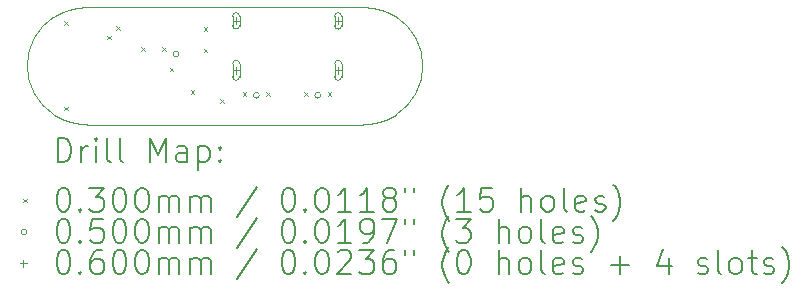
<source format=gbr>
%TF.GenerationSoftware,KiCad,Pcbnew,9.0.6*%
%TF.CreationDate,2025-12-27T03:33:36+09:00*%
%TF.ProjectId,muon,6d756f6e-2e6b-4696-9361-645f70636258,rev?*%
%TF.SameCoordinates,Original*%
%TF.FileFunction,Drillmap*%
%TF.FilePolarity,Positive*%
%FSLAX45Y45*%
G04 Gerber Fmt 4.5, Leading zero omitted, Abs format (unit mm)*
G04 Created by KiCad (PCBNEW 9.0.6) date 2025-12-27 03:33:36*
%MOMM*%
%LPD*%
G01*
G04 APERTURE LIST*
%ADD10C,0.050000*%
%ADD11C,0.200000*%
%ADD12C,0.100000*%
G04 APERTURE END LIST*
D10*
X7869895Y-6000000D02*
X7875570Y-6000000D01*
X7881285Y-5999997D01*
X7887039Y-5999991D01*
X7892831Y-5999979D01*
X7895741Y-5999971D01*
X7898661Y-5999960D01*
X7901589Y-5999946D01*
X7904526Y-5999930D01*
X7907473Y-5999911D01*
X7910427Y-5999889D01*
X7913391Y-5999864D01*
X7916362Y-5999835D01*
X7919342Y-5999802D01*
X7922330Y-5999765D01*
X7925327Y-5999723D01*
X7928331Y-5999677D01*
X7931343Y-5999626D01*
X7934362Y-5999570D01*
X7937389Y-5999509D01*
X7940424Y-5999442D01*
X7943465Y-5999369D01*
X7946514Y-5999291D01*
X7949570Y-5999206D01*
X7952633Y-5999114D01*
X7955703Y-5999016D01*
X7958779Y-5998910D01*
X7961862Y-5998798D01*
X7964951Y-5998678D01*
X7968046Y-5998550D01*
X7971148Y-5998414D01*
X7972701Y-5998343D01*
X7974255Y-5998270D01*
X7975811Y-5998195D01*
X7977369Y-5998117D01*
X7978928Y-5998038D01*
X7980488Y-5997956D01*
X7982050Y-5997872D01*
X7983613Y-5997786D01*
X7985177Y-5997697D01*
X7986743Y-5997606D01*
X7988310Y-5997513D01*
X7989879Y-5997417D01*
X7991449Y-5997319D01*
X7993020Y-5997219D01*
X7994593Y-5997116D01*
X7996166Y-5997010D01*
X7997741Y-5996902D01*
X7999317Y-5996791D01*
X8000895Y-5996678D01*
X8002473Y-5996562D01*
X8004053Y-5996444D01*
X8005634Y-5996323D01*
X8007216Y-5996199D01*
X8008800Y-5996072D01*
X8010384Y-5995942D01*
X8011970Y-5995810D01*
X8013556Y-5995675D01*
X8015144Y-5995537D01*
X8016733Y-5995396D01*
X8018323Y-5995252D01*
X8019914Y-5995105D01*
X8021505Y-5994956D01*
X8023098Y-5994803D01*
X8024692Y-5994647D01*
X8026287Y-5994488D01*
X8027883Y-5994326D01*
X8029479Y-5994160D01*
X8031077Y-5993992D01*
X8032676Y-5993820D01*
X8034275Y-5993646D01*
X8035875Y-5993467D01*
X8037476Y-5993286D01*
X8039078Y-5993101D01*
X8040681Y-5992913D01*
X8042285Y-5992721D01*
X8043889Y-5992527D01*
X8045495Y-5992328D01*
X8047101Y-5992126D01*
X8048707Y-5991921D01*
X8050315Y-5991712D01*
X8051923Y-5991499D01*
X8053532Y-5991283D01*
X8055141Y-5991064D01*
X8056752Y-5990840D01*
X8058363Y-5990613D01*
X8059974Y-5990382D01*
X8061586Y-5990148D01*
X8063199Y-5989909D01*
X8064812Y-5989667D01*
X8066426Y-5989421D01*
X8068041Y-5989171D01*
X8069656Y-5988917D01*
X8071271Y-5988660D01*
X8072887Y-5988398D01*
X8074504Y-5988132D01*
X8076121Y-5987863D01*
X8077738Y-5987589D01*
X8079356Y-5987311D01*
X8080975Y-5987029D01*
X8082594Y-5986743D01*
X8084213Y-5986453D01*
X8085832Y-5986158D01*
X8087452Y-5985859D01*
X8089073Y-5985556D01*
X8090693Y-5985249D01*
X8092314Y-5984938D01*
X8093936Y-5984622D01*
X8095557Y-5984301D01*
X8097179Y-5983976D01*
X8098801Y-5983647D01*
X8100424Y-5983313D01*
X8102046Y-5982975D01*
X8103669Y-5982632D01*
X8105292Y-5982285D01*
X8106915Y-5981933D01*
X8108538Y-5981577D01*
X8110162Y-5981215D01*
X8111786Y-5980849D01*
X8113409Y-5980479D01*
X8115033Y-5980103D01*
X8116657Y-5979723D01*
X8118281Y-5979338D01*
X8119905Y-5978948D01*
X8121529Y-5978554D01*
X8123153Y-5978154D01*
X8124778Y-5977750D01*
X8126402Y-5977340D01*
X8128026Y-5976926D01*
X8129650Y-5976506D01*
X8131274Y-5976081D01*
X8132898Y-5975652D01*
X8134522Y-5975217D01*
X8136145Y-5974777D01*
X8137769Y-5974332D01*
X8139392Y-5973882D01*
X8141016Y-5973426D01*
X8142639Y-5972965D01*
X8144262Y-5972499D01*
X8145885Y-5972028D01*
X8147507Y-5971551D01*
X8149130Y-5971069D01*
X8150752Y-5970581D01*
X8152374Y-5970088D01*
X8153995Y-5969590D01*
X8155617Y-5969086D01*
X8157238Y-5968576D01*
X8158858Y-5968061D01*
X8160479Y-5967540D01*
X8162099Y-5967014D01*
X8163718Y-5966482D01*
X8165337Y-5965944D01*
X8166956Y-5965401D01*
X8168575Y-5964852D01*
X8170193Y-5964297D01*
X8171810Y-5963736D01*
X8173427Y-5963169D01*
X8175044Y-5962597D01*
X8176660Y-5962018D01*
X8178275Y-5961434D01*
X8179890Y-5960844D01*
X8181505Y-5960247D01*
X8183119Y-5959645D01*
X8184732Y-5959037D01*
X8186345Y-5958422D01*
X8187957Y-5957802D01*
X8189569Y-5957175D01*
X8191179Y-5956542D01*
X8192790Y-5955903D01*
X8194399Y-5955258D01*
X8196008Y-5954606D01*
X8197616Y-5953948D01*
X8199224Y-5953284D01*
X8200831Y-5952614D01*
X8202437Y-5951937D01*
X8204042Y-5951253D01*
X8205646Y-5950563D01*
X8207250Y-5949867D01*
X8208853Y-5949164D01*
X8210455Y-5948455D01*
X8212056Y-5947739D01*
X8213656Y-5947017D01*
X8215256Y-5946288D01*
X8216854Y-5945552D01*
X8218452Y-5944809D01*
X8220049Y-5944060D01*
X8221644Y-5943304D01*
X8223239Y-5942542D01*
X8224833Y-5941772D01*
X8226426Y-5940996D01*
X8228018Y-5940212D01*
X8229609Y-5939422D01*
X8231198Y-5938625D01*
X8232787Y-5937821D01*
X8234375Y-5937010D01*
X8235962Y-5936192D01*
X8237547Y-5935367D01*
X8239132Y-5934535D01*
X8240715Y-5933696D01*
X8242297Y-5932849D01*
X8243878Y-5931996D01*
X8245458Y-5931135D01*
X8247037Y-5930267D01*
X8248614Y-5929391D01*
X8250190Y-5928509D01*
X8251765Y-5927619D01*
X8253339Y-5926722D01*
X8254911Y-5925817D01*
X8256483Y-5924905D01*
X8258052Y-5923985D01*
X8259621Y-5923058D01*
X8261188Y-5922124D01*
X8262754Y-5921182D01*
X8264319Y-5920232D01*
X8265882Y-5919275D01*
X8267444Y-5918310D01*
X8269004Y-5917338D01*
X8270563Y-5916358D01*
X8272120Y-5915370D01*
X7869895Y-5000000D02*
X7875570Y-5000000D01*
X7881285Y-5000003D01*
X7887039Y-5000009D01*
X7892831Y-5000021D01*
X7895741Y-5000029D01*
X7898661Y-5000040D01*
X7901589Y-5000054D01*
X7904526Y-5000070D01*
X7907473Y-5000089D01*
X7910427Y-5000111D01*
X7913391Y-5000136D01*
X7916362Y-5000165D01*
X7919342Y-5000198D01*
X7922330Y-5000235D01*
X7925327Y-5000277D01*
X7928331Y-5000323D01*
X7931343Y-5000374D01*
X7934362Y-5000430D01*
X7937389Y-5000491D01*
X7940424Y-5000558D01*
X7943465Y-5000631D01*
X7946514Y-5000709D01*
X7949570Y-5000794D01*
X7952633Y-5000886D01*
X7955703Y-5000984D01*
X7958779Y-5001090D01*
X7961862Y-5001202D01*
X7964951Y-5001322D01*
X7968046Y-5001450D01*
X7971148Y-5001586D01*
X7972701Y-5001657D01*
X7974255Y-5001730D01*
X7975811Y-5001805D01*
X7977369Y-5001883D01*
X7978928Y-5001962D01*
X7980488Y-5002044D01*
X7982050Y-5002128D01*
X7983613Y-5002214D01*
X7985177Y-5002303D01*
X7986743Y-5002394D01*
X7988310Y-5002487D01*
X7989879Y-5002583D01*
X7991449Y-5002681D01*
X7993020Y-5002781D01*
X7994593Y-5002884D01*
X7996166Y-5002990D01*
X7997741Y-5003098D01*
X7999317Y-5003209D01*
X8000895Y-5003322D01*
X8002473Y-5003438D01*
X8004053Y-5003556D01*
X8005634Y-5003677D01*
X8007216Y-5003801D01*
X8008800Y-5003928D01*
X8010384Y-5004058D01*
X8011970Y-5004190D01*
X8013556Y-5004325D01*
X8015144Y-5004463D01*
X8016733Y-5004604D01*
X8018323Y-5004748D01*
X8019914Y-5004895D01*
X8021505Y-5005044D01*
X8023098Y-5005197D01*
X8024692Y-5005353D01*
X8026287Y-5005512D01*
X8027883Y-5005674D01*
X8029479Y-5005840D01*
X8031077Y-5006008D01*
X8032676Y-5006180D01*
X8034275Y-5006354D01*
X8035875Y-5006533D01*
X8037476Y-5006714D01*
X8039078Y-5006899D01*
X8040681Y-5007087D01*
X8042285Y-5007279D01*
X8043889Y-5007473D01*
X8045495Y-5007672D01*
X8047101Y-5007874D01*
X8048707Y-5008079D01*
X8050315Y-5008288D01*
X8051923Y-5008501D01*
X8053532Y-5008717D01*
X8055141Y-5008936D01*
X8056752Y-5009160D01*
X8058363Y-5009387D01*
X8059974Y-5009618D01*
X8061586Y-5009852D01*
X8063199Y-5010091D01*
X8064812Y-5010333D01*
X8066426Y-5010579D01*
X8068041Y-5010829D01*
X8069656Y-5011083D01*
X8071271Y-5011340D01*
X8072887Y-5011602D01*
X8074504Y-5011868D01*
X8076121Y-5012137D01*
X8077738Y-5012411D01*
X8079356Y-5012689D01*
X8080975Y-5012971D01*
X8082594Y-5013257D01*
X8084213Y-5013547D01*
X8085832Y-5013842D01*
X8087452Y-5014141D01*
X8089073Y-5014444D01*
X8090693Y-5014751D01*
X8092314Y-5015062D01*
X8093936Y-5015378D01*
X8095557Y-5015699D01*
X8097179Y-5016024D01*
X8098801Y-5016353D01*
X8100424Y-5016687D01*
X8102046Y-5017025D01*
X8103669Y-5017368D01*
X8105292Y-5017715D01*
X8106915Y-5018067D01*
X8108538Y-5018423D01*
X8110162Y-5018785D01*
X8111786Y-5019151D01*
X8113409Y-5019521D01*
X8115033Y-5019897D01*
X8116657Y-5020277D01*
X8118281Y-5020662D01*
X8119905Y-5021052D01*
X8121529Y-5021446D01*
X8123153Y-5021846D01*
X8124778Y-5022250D01*
X8126402Y-5022660D01*
X8128026Y-5023074D01*
X8129650Y-5023494D01*
X8131274Y-5023919D01*
X8132898Y-5024348D01*
X8134522Y-5024783D01*
X8136145Y-5025223D01*
X8137769Y-5025668D01*
X8139392Y-5026118D01*
X8141016Y-5026574D01*
X8142639Y-5027035D01*
X8144262Y-5027501D01*
X8145885Y-5027972D01*
X8147507Y-5028449D01*
X8149130Y-5028931D01*
X8150752Y-5029419D01*
X8152374Y-5029912D01*
X8153995Y-5030410D01*
X8155617Y-5030914D01*
X8157238Y-5031424D01*
X8158858Y-5031939D01*
X8160479Y-5032460D01*
X8162099Y-5032986D01*
X8163718Y-5033518D01*
X8165337Y-5034056D01*
X8166956Y-5034599D01*
X8168575Y-5035148D01*
X8170193Y-5035703D01*
X8171810Y-5036264D01*
X8173427Y-5036831D01*
X8175044Y-5037403D01*
X8176660Y-5037982D01*
X8178275Y-5038566D01*
X8179890Y-5039156D01*
X8181505Y-5039753D01*
X8183119Y-5040355D01*
X8184732Y-5040963D01*
X8186345Y-5041578D01*
X8187957Y-5042198D01*
X8189569Y-5042825D01*
X8191179Y-5043458D01*
X8192790Y-5044097D01*
X8194399Y-5044742D01*
X8196008Y-5045394D01*
X8197616Y-5046052D01*
X8199224Y-5046716D01*
X8200831Y-5047386D01*
X8202437Y-5048063D01*
X8204042Y-5048747D01*
X8205646Y-5049437D01*
X8207250Y-5050133D01*
X8208853Y-5050836D01*
X8210455Y-5051545D01*
X8212056Y-5052261D01*
X8213656Y-5052983D01*
X8215256Y-5053712D01*
X8216854Y-5054448D01*
X8218452Y-5055191D01*
X8220049Y-5055940D01*
X8221644Y-5056696D01*
X8223239Y-5057458D01*
X8224833Y-5058228D01*
X8226426Y-5059004D01*
X8228018Y-5059788D01*
X8229609Y-5060578D01*
X8231198Y-5061375D01*
X8232787Y-5062179D01*
X8234375Y-5062990D01*
X8235962Y-5063808D01*
X8237547Y-5064633D01*
X8239132Y-5065465D01*
X8240715Y-5066304D01*
X8242297Y-5067151D01*
X8243878Y-5068004D01*
X8245458Y-5068865D01*
X8247037Y-5069733D01*
X8248614Y-5070609D01*
X8250190Y-5071491D01*
X8251765Y-5072381D01*
X8253339Y-5073278D01*
X8254911Y-5074183D01*
X8256483Y-5075095D01*
X8258052Y-5076015D01*
X8259621Y-5076942D01*
X8261188Y-5077876D01*
X8262754Y-5078818D01*
X8264319Y-5079768D01*
X8265882Y-5080725D01*
X8267444Y-5081690D01*
X8269004Y-5082662D01*
X8270563Y-5083642D01*
X8272120Y-5084630D01*
X5377880Y-5915370D02*
G75*
G02*
X5377880Y-5084630I264620J415370D01*
G01*
X5780105Y-6000000D02*
X7869895Y-6000000D01*
X8272120Y-5084630D02*
G75*
G02*
X8272120Y-5915370I-264620J-415370D01*
G01*
X5780105Y-6000000D02*
X5774430Y-6000000D01*
X5768715Y-5999997D01*
X5762961Y-5999991D01*
X5757169Y-5999979D01*
X5754258Y-5999971D01*
X5751339Y-5999960D01*
X5748411Y-5999946D01*
X5745473Y-5999930D01*
X5742527Y-5999911D01*
X5739573Y-5999889D01*
X5736609Y-5999864D01*
X5733638Y-5999835D01*
X5730658Y-5999802D01*
X5727669Y-5999765D01*
X5724673Y-5999723D01*
X5721669Y-5999677D01*
X5718657Y-5999626D01*
X5715638Y-5999570D01*
X5712611Y-5999509D01*
X5709576Y-5999442D01*
X5706535Y-5999369D01*
X5703486Y-5999291D01*
X5700430Y-5999206D01*
X5697367Y-5999114D01*
X5694297Y-5999016D01*
X5691221Y-5998910D01*
X5688138Y-5998798D01*
X5685049Y-5998678D01*
X5681954Y-5998550D01*
X5678852Y-5998414D01*
X5677299Y-5998343D01*
X5675745Y-5998270D01*
X5674189Y-5998195D01*
X5672631Y-5998117D01*
X5671072Y-5998038D01*
X5669512Y-5997956D01*
X5667950Y-5997872D01*
X5666387Y-5997786D01*
X5664823Y-5997697D01*
X5663257Y-5997606D01*
X5661689Y-5997513D01*
X5660121Y-5997417D01*
X5658551Y-5997319D01*
X5656980Y-5997219D01*
X5655407Y-5997116D01*
X5653834Y-5997010D01*
X5652259Y-5996902D01*
X5650682Y-5996791D01*
X5649105Y-5996678D01*
X5647526Y-5996562D01*
X5645947Y-5996444D01*
X5644366Y-5996323D01*
X5642783Y-5996199D01*
X5641200Y-5996072D01*
X5639616Y-5995942D01*
X5638030Y-5995810D01*
X5636444Y-5995675D01*
X5634856Y-5995537D01*
X5633267Y-5995396D01*
X5631677Y-5995252D01*
X5630086Y-5995105D01*
X5628495Y-5994956D01*
X5626902Y-5994803D01*
X5625308Y-5994647D01*
X5623713Y-5994488D01*
X5622117Y-5994326D01*
X5620520Y-5994160D01*
X5618923Y-5993992D01*
X5617324Y-5993820D01*
X5615725Y-5993646D01*
X5614125Y-5993467D01*
X5612523Y-5993286D01*
X5610921Y-5993101D01*
X5609319Y-5992913D01*
X5607715Y-5992721D01*
X5606111Y-5992527D01*
X5604505Y-5992328D01*
X5602899Y-5992126D01*
X5601293Y-5991921D01*
X5599685Y-5991712D01*
X5598077Y-5991499D01*
X5596468Y-5991283D01*
X5594858Y-5991064D01*
X5593248Y-5990840D01*
X5591637Y-5990613D01*
X5590026Y-5990382D01*
X5588414Y-5990148D01*
X5586801Y-5989909D01*
X5585188Y-5989667D01*
X5583574Y-5989421D01*
X5581959Y-5989171D01*
X5580344Y-5988917D01*
X5578729Y-5988660D01*
X5577113Y-5988398D01*
X5575496Y-5988132D01*
X5573879Y-5987863D01*
X5572262Y-5987589D01*
X5570644Y-5987311D01*
X5569025Y-5987029D01*
X5567406Y-5986743D01*
X5565787Y-5986453D01*
X5564168Y-5986158D01*
X5562548Y-5985859D01*
X5560927Y-5985556D01*
X5559307Y-5985249D01*
X5557686Y-5984938D01*
X5556064Y-5984622D01*
X5554443Y-5984301D01*
X5552821Y-5983976D01*
X5551199Y-5983647D01*
X5549576Y-5983313D01*
X5547954Y-5982975D01*
X5546331Y-5982632D01*
X5544708Y-5982285D01*
X5543085Y-5981933D01*
X5541462Y-5981577D01*
X5539838Y-5981215D01*
X5538214Y-5980849D01*
X5536591Y-5980479D01*
X5534967Y-5980103D01*
X5533343Y-5979723D01*
X5531719Y-5979338D01*
X5530095Y-5978948D01*
X5528471Y-5978554D01*
X5526847Y-5978154D01*
X5525222Y-5977750D01*
X5523598Y-5977340D01*
X5521974Y-5976926D01*
X5520350Y-5976506D01*
X5518726Y-5976081D01*
X5517102Y-5975652D01*
X5515478Y-5975217D01*
X5513855Y-5974777D01*
X5512231Y-5974332D01*
X5510608Y-5973882D01*
X5508984Y-5973426D01*
X5507361Y-5972965D01*
X5505738Y-5972499D01*
X5504115Y-5972028D01*
X5502493Y-5971551D01*
X5500870Y-5971069D01*
X5499248Y-5970581D01*
X5497626Y-5970088D01*
X5496005Y-5969590D01*
X5494383Y-5969086D01*
X5492762Y-5968576D01*
X5491142Y-5968061D01*
X5489521Y-5967540D01*
X5487901Y-5967014D01*
X5486282Y-5966482D01*
X5484663Y-5965944D01*
X5483044Y-5965401D01*
X5481425Y-5964852D01*
X5479807Y-5964297D01*
X5478190Y-5963736D01*
X5476573Y-5963169D01*
X5474956Y-5962597D01*
X5473340Y-5962018D01*
X5471725Y-5961434D01*
X5470110Y-5960844D01*
X5468495Y-5960247D01*
X5466881Y-5959645D01*
X5465268Y-5959037D01*
X5463655Y-5958422D01*
X5462043Y-5957802D01*
X5460431Y-5957175D01*
X5458821Y-5956542D01*
X5457210Y-5955903D01*
X5455601Y-5955258D01*
X5453992Y-5954606D01*
X5452384Y-5953948D01*
X5450776Y-5953284D01*
X5449169Y-5952614D01*
X5447563Y-5951937D01*
X5445958Y-5951253D01*
X5444354Y-5950563D01*
X5442750Y-5949867D01*
X5441147Y-5949164D01*
X5439545Y-5948455D01*
X5437944Y-5947739D01*
X5436344Y-5947017D01*
X5434744Y-5946288D01*
X5433146Y-5945552D01*
X5431548Y-5944809D01*
X5429951Y-5944060D01*
X5428356Y-5943304D01*
X5426761Y-5942542D01*
X5425167Y-5941772D01*
X5423574Y-5940996D01*
X5421982Y-5940212D01*
X5420391Y-5939422D01*
X5418802Y-5938625D01*
X5417213Y-5937821D01*
X5415625Y-5937010D01*
X5414038Y-5936192D01*
X5412453Y-5935367D01*
X5410868Y-5934535D01*
X5409285Y-5933696D01*
X5407703Y-5932849D01*
X5406122Y-5931996D01*
X5404542Y-5931135D01*
X5402963Y-5930267D01*
X5401386Y-5929391D01*
X5399810Y-5928509D01*
X5398235Y-5927619D01*
X5396661Y-5926722D01*
X5395089Y-5925817D01*
X5393517Y-5924905D01*
X5391948Y-5923985D01*
X5390379Y-5923058D01*
X5388812Y-5922124D01*
X5387246Y-5921182D01*
X5385681Y-5920232D01*
X5384118Y-5919275D01*
X5382556Y-5918310D01*
X5380996Y-5917338D01*
X5379437Y-5916358D01*
X5377880Y-5915370D01*
X7869895Y-5000000D02*
X5780105Y-5000000D01*
X5780105Y-5000000D02*
X5774430Y-5000000D01*
X5768715Y-5000003D01*
X5762961Y-5000009D01*
X5757169Y-5000021D01*
X5754258Y-5000029D01*
X5751339Y-5000040D01*
X5748411Y-5000054D01*
X5745473Y-5000070D01*
X5742527Y-5000089D01*
X5739573Y-5000111D01*
X5736609Y-5000136D01*
X5733638Y-5000165D01*
X5730658Y-5000198D01*
X5727669Y-5000235D01*
X5724673Y-5000277D01*
X5721669Y-5000323D01*
X5718657Y-5000374D01*
X5715638Y-5000430D01*
X5712611Y-5000491D01*
X5709576Y-5000558D01*
X5706535Y-5000631D01*
X5703486Y-5000709D01*
X5700430Y-5000794D01*
X5697367Y-5000886D01*
X5694297Y-5000984D01*
X5691221Y-5001090D01*
X5688138Y-5001202D01*
X5685049Y-5001322D01*
X5681954Y-5001450D01*
X5678852Y-5001586D01*
X5677299Y-5001657D01*
X5675745Y-5001730D01*
X5674189Y-5001805D01*
X5672631Y-5001883D01*
X5671072Y-5001962D01*
X5669512Y-5002044D01*
X5667950Y-5002128D01*
X5666387Y-5002214D01*
X5664823Y-5002303D01*
X5663257Y-5002394D01*
X5661689Y-5002487D01*
X5660121Y-5002583D01*
X5658551Y-5002681D01*
X5656980Y-5002781D01*
X5655407Y-5002884D01*
X5653834Y-5002990D01*
X5652259Y-5003098D01*
X5650682Y-5003209D01*
X5649105Y-5003322D01*
X5647526Y-5003438D01*
X5645947Y-5003556D01*
X5644366Y-5003677D01*
X5642783Y-5003801D01*
X5641200Y-5003928D01*
X5639616Y-5004058D01*
X5638030Y-5004190D01*
X5636444Y-5004325D01*
X5634856Y-5004463D01*
X5633267Y-5004604D01*
X5631677Y-5004748D01*
X5630086Y-5004895D01*
X5628495Y-5005044D01*
X5626902Y-5005197D01*
X5625308Y-5005353D01*
X5623713Y-5005512D01*
X5622117Y-5005674D01*
X5620520Y-5005840D01*
X5618923Y-5006008D01*
X5617324Y-5006180D01*
X5615725Y-5006354D01*
X5614125Y-5006533D01*
X5612523Y-5006714D01*
X5610921Y-5006899D01*
X5609319Y-5007087D01*
X5607715Y-5007279D01*
X5606111Y-5007473D01*
X5604505Y-5007672D01*
X5602899Y-5007874D01*
X5601293Y-5008079D01*
X5599685Y-5008288D01*
X5598077Y-5008501D01*
X5596468Y-5008717D01*
X5594858Y-5008936D01*
X5593248Y-5009160D01*
X5591637Y-5009387D01*
X5590026Y-5009618D01*
X5588414Y-5009852D01*
X5586801Y-5010091D01*
X5585188Y-5010333D01*
X5583574Y-5010579D01*
X5581959Y-5010829D01*
X5580344Y-5011083D01*
X5578729Y-5011340D01*
X5577113Y-5011602D01*
X5575496Y-5011868D01*
X5573879Y-5012137D01*
X5572262Y-5012411D01*
X5570644Y-5012689D01*
X5569025Y-5012971D01*
X5567406Y-5013257D01*
X5565787Y-5013547D01*
X5564168Y-5013842D01*
X5562548Y-5014141D01*
X5560927Y-5014444D01*
X5559307Y-5014751D01*
X5557686Y-5015062D01*
X5556064Y-5015378D01*
X5554443Y-5015699D01*
X5552821Y-5016024D01*
X5551199Y-5016353D01*
X5549576Y-5016687D01*
X5547954Y-5017025D01*
X5546331Y-5017368D01*
X5544708Y-5017715D01*
X5543085Y-5018067D01*
X5541462Y-5018423D01*
X5539838Y-5018785D01*
X5538214Y-5019151D01*
X5536591Y-5019521D01*
X5534967Y-5019897D01*
X5533343Y-5020277D01*
X5531719Y-5020662D01*
X5530095Y-5021052D01*
X5528471Y-5021446D01*
X5526847Y-5021846D01*
X5525222Y-5022250D01*
X5523598Y-5022660D01*
X5521974Y-5023074D01*
X5520350Y-5023494D01*
X5518726Y-5023919D01*
X5517102Y-5024348D01*
X5515478Y-5024783D01*
X5513855Y-5025223D01*
X5512231Y-5025668D01*
X5510608Y-5026118D01*
X5508984Y-5026574D01*
X5507361Y-5027035D01*
X5505738Y-5027501D01*
X5504115Y-5027972D01*
X5502493Y-5028449D01*
X5500870Y-5028931D01*
X5499248Y-5029419D01*
X5497626Y-5029912D01*
X5496005Y-5030410D01*
X5494383Y-5030914D01*
X5492762Y-5031424D01*
X5491142Y-5031939D01*
X5489521Y-5032460D01*
X5487901Y-5032986D01*
X5486282Y-5033518D01*
X5484663Y-5034056D01*
X5483044Y-5034599D01*
X5481425Y-5035148D01*
X5479807Y-5035703D01*
X5478190Y-5036264D01*
X5476573Y-5036831D01*
X5474956Y-5037403D01*
X5473340Y-5037982D01*
X5471725Y-5038566D01*
X5470110Y-5039156D01*
X5468495Y-5039753D01*
X5466881Y-5040355D01*
X5465268Y-5040963D01*
X5463655Y-5041578D01*
X5462043Y-5042198D01*
X5460431Y-5042825D01*
X5458821Y-5043458D01*
X5457210Y-5044097D01*
X5455601Y-5044742D01*
X5453992Y-5045394D01*
X5452384Y-5046052D01*
X5450776Y-5046716D01*
X5449169Y-5047386D01*
X5447563Y-5048063D01*
X5445958Y-5048747D01*
X5444354Y-5049437D01*
X5442750Y-5050133D01*
X5441147Y-5050836D01*
X5439545Y-5051545D01*
X5437944Y-5052261D01*
X5436344Y-5052983D01*
X5434744Y-5053712D01*
X5433146Y-5054448D01*
X5431548Y-5055191D01*
X5429951Y-5055940D01*
X5428356Y-5056696D01*
X5426761Y-5057458D01*
X5425167Y-5058228D01*
X5423574Y-5059004D01*
X5421982Y-5059788D01*
X5420391Y-5060578D01*
X5418802Y-5061375D01*
X5417213Y-5062179D01*
X5415625Y-5062990D01*
X5414038Y-5063808D01*
X5412453Y-5064633D01*
X5410868Y-5065465D01*
X5409285Y-5066304D01*
X5407703Y-5067151D01*
X5406122Y-5068004D01*
X5404542Y-5068865D01*
X5402963Y-5069733D01*
X5401386Y-5070609D01*
X5399810Y-5071491D01*
X5398235Y-5072381D01*
X5396661Y-5073278D01*
X5395089Y-5074183D01*
X5393517Y-5075095D01*
X5391948Y-5076015D01*
X5390379Y-5076942D01*
X5388812Y-5077876D01*
X5387246Y-5078818D01*
X5385681Y-5079768D01*
X5384118Y-5080725D01*
X5382556Y-5081690D01*
X5380996Y-5082662D01*
X5379437Y-5083642D01*
X5377880Y-5084630D01*
D11*
D12*
X5465000Y-5125000D02*
X5495000Y-5155000D01*
X5495000Y-5125000D02*
X5465000Y-5155000D01*
X5465000Y-5845000D02*
X5495000Y-5875000D01*
X5495000Y-5845000D02*
X5465000Y-5875000D01*
X5825000Y-5245000D02*
X5855000Y-5275000D01*
X5855000Y-5245000D02*
X5825000Y-5275000D01*
X5905000Y-5165000D02*
X5935000Y-5195000D01*
X5935000Y-5165000D02*
X5905000Y-5195000D01*
X6115000Y-5345000D02*
X6145000Y-5375000D01*
X6145000Y-5345000D02*
X6115000Y-5375000D01*
X6295000Y-5345000D02*
X6325000Y-5375000D01*
X6325000Y-5345000D02*
X6295000Y-5375000D01*
X6355000Y-5515000D02*
X6385000Y-5545000D01*
X6385000Y-5515000D02*
X6355000Y-5545000D01*
X6535000Y-5705000D02*
X6565000Y-5735000D01*
X6565000Y-5705000D02*
X6535000Y-5735000D01*
X6645000Y-5175000D02*
X6675000Y-5205000D01*
X6675000Y-5175000D02*
X6645000Y-5205000D01*
X6645000Y-5355000D02*
X6675000Y-5385000D01*
X6675000Y-5355000D02*
X6645000Y-5385000D01*
X6785000Y-5785000D02*
X6815000Y-5815000D01*
X6815000Y-5785000D02*
X6785000Y-5815000D01*
X6975000Y-5725000D02*
X7005000Y-5755000D01*
X7005000Y-5725000D02*
X6975000Y-5755000D01*
X7175000Y-5725000D02*
X7205000Y-5755000D01*
X7205000Y-5725000D02*
X7175000Y-5755000D01*
X7495000Y-5725000D02*
X7525000Y-5755000D01*
X7525000Y-5725000D02*
X7495000Y-5755000D01*
X7695000Y-5725000D02*
X7725000Y-5755000D01*
X7725000Y-5725000D02*
X7695000Y-5755000D01*
X6435000Y-5400000D02*
G75*
G02*
X6385000Y-5400000I-25000J0D01*
G01*
X6385000Y-5400000D02*
G75*
G02*
X6435000Y-5400000I25000J0D01*
G01*
X7115000Y-5750000D02*
G75*
G02*
X7065000Y-5750000I-25000J0D01*
G01*
X7065000Y-5750000D02*
G75*
G02*
X7115000Y-5750000I25000J0D01*
G01*
X7635000Y-5750000D02*
G75*
G02*
X7585000Y-5750000I-25000J0D01*
G01*
X7585000Y-5750000D02*
G75*
G02*
X7635000Y-5750000I25000J0D01*
G01*
X6918000Y-5090000D02*
X6918000Y-5150000D01*
X6888000Y-5120000D02*
X6948000Y-5120000D01*
X6948000Y-5160000D02*
X6948000Y-5080000D01*
X6888000Y-5080000D02*
G75*
G02*
X6948000Y-5080000I30000J0D01*
G01*
X6888000Y-5080000D02*
X6888000Y-5160000D01*
X6888000Y-5160000D02*
G75*
G03*
X6948000Y-5160000I30000J0D01*
G01*
X6918000Y-5508000D02*
X6918000Y-5568000D01*
X6888000Y-5538000D02*
X6948000Y-5538000D01*
X6948000Y-5593000D02*
X6948000Y-5483000D01*
X6888000Y-5483000D02*
G75*
G02*
X6948000Y-5483000I30000J0D01*
G01*
X6888000Y-5483000D02*
X6888000Y-5593000D01*
X6888000Y-5593000D02*
G75*
G03*
X6948000Y-5593000I30000J0D01*
G01*
X7782000Y-5090000D02*
X7782000Y-5150000D01*
X7752000Y-5120000D02*
X7812000Y-5120000D01*
X7812000Y-5160000D02*
X7812000Y-5080000D01*
X7752000Y-5080000D02*
G75*
G02*
X7812000Y-5080000I30000J0D01*
G01*
X7752000Y-5080000D02*
X7752000Y-5160000D01*
X7752000Y-5160000D02*
G75*
G03*
X7812000Y-5160000I30000J0D01*
G01*
X7782000Y-5508000D02*
X7782000Y-5568000D01*
X7752000Y-5538000D02*
X7812000Y-5538000D01*
X7812000Y-5593000D02*
X7812000Y-5483000D01*
X7752000Y-5483000D02*
G75*
G02*
X7812000Y-5483000I30000J0D01*
G01*
X7752000Y-5483000D02*
X7752000Y-5593000D01*
X7752000Y-5593000D02*
G75*
G03*
X7812000Y-5593000I30000J0D01*
G01*
D11*
X5408277Y-6313984D02*
X5408277Y-6113984D01*
X5408277Y-6113984D02*
X5455896Y-6113984D01*
X5455896Y-6113984D02*
X5484468Y-6123508D01*
X5484468Y-6123508D02*
X5503515Y-6142555D01*
X5503515Y-6142555D02*
X5513039Y-6161603D01*
X5513039Y-6161603D02*
X5522563Y-6199698D01*
X5522563Y-6199698D02*
X5522563Y-6228269D01*
X5522563Y-6228269D02*
X5513039Y-6266365D01*
X5513039Y-6266365D02*
X5503515Y-6285412D01*
X5503515Y-6285412D02*
X5484468Y-6304460D01*
X5484468Y-6304460D02*
X5455896Y-6313984D01*
X5455896Y-6313984D02*
X5408277Y-6313984D01*
X5608277Y-6313984D02*
X5608277Y-6180650D01*
X5608277Y-6218746D02*
X5617801Y-6199698D01*
X5617801Y-6199698D02*
X5627325Y-6190174D01*
X5627325Y-6190174D02*
X5646372Y-6180650D01*
X5646372Y-6180650D02*
X5665420Y-6180650D01*
X5732087Y-6313984D02*
X5732087Y-6180650D01*
X5732087Y-6113984D02*
X5722563Y-6123508D01*
X5722563Y-6123508D02*
X5732087Y-6133031D01*
X5732087Y-6133031D02*
X5741610Y-6123508D01*
X5741610Y-6123508D02*
X5732087Y-6113984D01*
X5732087Y-6113984D02*
X5732087Y-6133031D01*
X5855896Y-6313984D02*
X5836848Y-6304460D01*
X5836848Y-6304460D02*
X5827325Y-6285412D01*
X5827325Y-6285412D02*
X5827325Y-6113984D01*
X5960658Y-6313984D02*
X5941610Y-6304460D01*
X5941610Y-6304460D02*
X5932087Y-6285412D01*
X5932087Y-6285412D02*
X5932087Y-6113984D01*
X6189229Y-6313984D02*
X6189229Y-6113984D01*
X6189229Y-6113984D02*
X6255896Y-6256841D01*
X6255896Y-6256841D02*
X6322563Y-6113984D01*
X6322563Y-6113984D02*
X6322563Y-6313984D01*
X6503515Y-6313984D02*
X6503515Y-6209222D01*
X6503515Y-6209222D02*
X6493991Y-6190174D01*
X6493991Y-6190174D02*
X6474944Y-6180650D01*
X6474944Y-6180650D02*
X6436848Y-6180650D01*
X6436848Y-6180650D02*
X6417801Y-6190174D01*
X6503515Y-6304460D02*
X6484468Y-6313984D01*
X6484468Y-6313984D02*
X6436848Y-6313984D01*
X6436848Y-6313984D02*
X6417801Y-6304460D01*
X6417801Y-6304460D02*
X6408277Y-6285412D01*
X6408277Y-6285412D02*
X6408277Y-6266365D01*
X6408277Y-6266365D02*
X6417801Y-6247317D01*
X6417801Y-6247317D02*
X6436848Y-6237793D01*
X6436848Y-6237793D02*
X6484468Y-6237793D01*
X6484468Y-6237793D02*
X6503515Y-6228269D01*
X6598753Y-6180650D02*
X6598753Y-6380650D01*
X6598753Y-6190174D02*
X6617801Y-6180650D01*
X6617801Y-6180650D02*
X6655896Y-6180650D01*
X6655896Y-6180650D02*
X6674944Y-6190174D01*
X6674944Y-6190174D02*
X6684468Y-6199698D01*
X6684468Y-6199698D02*
X6693991Y-6218746D01*
X6693991Y-6218746D02*
X6693991Y-6275888D01*
X6693991Y-6275888D02*
X6684468Y-6294936D01*
X6684468Y-6294936D02*
X6674944Y-6304460D01*
X6674944Y-6304460D02*
X6655896Y-6313984D01*
X6655896Y-6313984D02*
X6617801Y-6313984D01*
X6617801Y-6313984D02*
X6598753Y-6304460D01*
X6779706Y-6294936D02*
X6789229Y-6304460D01*
X6789229Y-6304460D02*
X6779706Y-6313984D01*
X6779706Y-6313984D02*
X6770182Y-6304460D01*
X6770182Y-6304460D02*
X6779706Y-6294936D01*
X6779706Y-6294936D02*
X6779706Y-6313984D01*
X6779706Y-6190174D02*
X6789229Y-6199698D01*
X6789229Y-6199698D02*
X6779706Y-6209222D01*
X6779706Y-6209222D02*
X6770182Y-6199698D01*
X6770182Y-6199698D02*
X6779706Y-6190174D01*
X6779706Y-6190174D02*
X6779706Y-6209222D01*
D12*
X5117500Y-6627500D02*
X5147500Y-6657500D01*
X5147500Y-6627500D02*
X5117500Y-6657500D01*
D11*
X5446372Y-6533984D02*
X5465420Y-6533984D01*
X5465420Y-6533984D02*
X5484468Y-6543508D01*
X5484468Y-6543508D02*
X5493991Y-6553031D01*
X5493991Y-6553031D02*
X5503515Y-6572079D01*
X5503515Y-6572079D02*
X5513039Y-6610174D01*
X5513039Y-6610174D02*
X5513039Y-6657793D01*
X5513039Y-6657793D02*
X5503515Y-6695888D01*
X5503515Y-6695888D02*
X5493991Y-6714936D01*
X5493991Y-6714936D02*
X5484468Y-6724460D01*
X5484468Y-6724460D02*
X5465420Y-6733984D01*
X5465420Y-6733984D02*
X5446372Y-6733984D01*
X5446372Y-6733984D02*
X5427325Y-6724460D01*
X5427325Y-6724460D02*
X5417801Y-6714936D01*
X5417801Y-6714936D02*
X5408277Y-6695888D01*
X5408277Y-6695888D02*
X5398753Y-6657793D01*
X5398753Y-6657793D02*
X5398753Y-6610174D01*
X5398753Y-6610174D02*
X5408277Y-6572079D01*
X5408277Y-6572079D02*
X5417801Y-6553031D01*
X5417801Y-6553031D02*
X5427325Y-6543508D01*
X5427325Y-6543508D02*
X5446372Y-6533984D01*
X5598753Y-6714936D02*
X5608277Y-6724460D01*
X5608277Y-6724460D02*
X5598753Y-6733984D01*
X5598753Y-6733984D02*
X5589230Y-6724460D01*
X5589230Y-6724460D02*
X5598753Y-6714936D01*
X5598753Y-6714936D02*
X5598753Y-6733984D01*
X5674944Y-6533984D02*
X5798753Y-6533984D01*
X5798753Y-6533984D02*
X5732087Y-6610174D01*
X5732087Y-6610174D02*
X5760658Y-6610174D01*
X5760658Y-6610174D02*
X5779706Y-6619698D01*
X5779706Y-6619698D02*
X5789229Y-6629222D01*
X5789229Y-6629222D02*
X5798753Y-6648269D01*
X5798753Y-6648269D02*
X5798753Y-6695888D01*
X5798753Y-6695888D02*
X5789229Y-6714936D01*
X5789229Y-6714936D02*
X5779706Y-6724460D01*
X5779706Y-6724460D02*
X5760658Y-6733984D01*
X5760658Y-6733984D02*
X5703515Y-6733984D01*
X5703515Y-6733984D02*
X5684468Y-6724460D01*
X5684468Y-6724460D02*
X5674944Y-6714936D01*
X5922563Y-6533984D02*
X5941610Y-6533984D01*
X5941610Y-6533984D02*
X5960658Y-6543508D01*
X5960658Y-6543508D02*
X5970182Y-6553031D01*
X5970182Y-6553031D02*
X5979706Y-6572079D01*
X5979706Y-6572079D02*
X5989229Y-6610174D01*
X5989229Y-6610174D02*
X5989229Y-6657793D01*
X5989229Y-6657793D02*
X5979706Y-6695888D01*
X5979706Y-6695888D02*
X5970182Y-6714936D01*
X5970182Y-6714936D02*
X5960658Y-6724460D01*
X5960658Y-6724460D02*
X5941610Y-6733984D01*
X5941610Y-6733984D02*
X5922563Y-6733984D01*
X5922563Y-6733984D02*
X5903515Y-6724460D01*
X5903515Y-6724460D02*
X5893991Y-6714936D01*
X5893991Y-6714936D02*
X5884468Y-6695888D01*
X5884468Y-6695888D02*
X5874944Y-6657793D01*
X5874944Y-6657793D02*
X5874944Y-6610174D01*
X5874944Y-6610174D02*
X5884468Y-6572079D01*
X5884468Y-6572079D02*
X5893991Y-6553031D01*
X5893991Y-6553031D02*
X5903515Y-6543508D01*
X5903515Y-6543508D02*
X5922563Y-6533984D01*
X6113039Y-6533984D02*
X6132087Y-6533984D01*
X6132087Y-6533984D02*
X6151134Y-6543508D01*
X6151134Y-6543508D02*
X6160658Y-6553031D01*
X6160658Y-6553031D02*
X6170182Y-6572079D01*
X6170182Y-6572079D02*
X6179706Y-6610174D01*
X6179706Y-6610174D02*
X6179706Y-6657793D01*
X6179706Y-6657793D02*
X6170182Y-6695888D01*
X6170182Y-6695888D02*
X6160658Y-6714936D01*
X6160658Y-6714936D02*
X6151134Y-6724460D01*
X6151134Y-6724460D02*
X6132087Y-6733984D01*
X6132087Y-6733984D02*
X6113039Y-6733984D01*
X6113039Y-6733984D02*
X6093991Y-6724460D01*
X6093991Y-6724460D02*
X6084468Y-6714936D01*
X6084468Y-6714936D02*
X6074944Y-6695888D01*
X6074944Y-6695888D02*
X6065420Y-6657793D01*
X6065420Y-6657793D02*
X6065420Y-6610174D01*
X6065420Y-6610174D02*
X6074944Y-6572079D01*
X6074944Y-6572079D02*
X6084468Y-6553031D01*
X6084468Y-6553031D02*
X6093991Y-6543508D01*
X6093991Y-6543508D02*
X6113039Y-6533984D01*
X6265420Y-6733984D02*
X6265420Y-6600650D01*
X6265420Y-6619698D02*
X6274944Y-6610174D01*
X6274944Y-6610174D02*
X6293991Y-6600650D01*
X6293991Y-6600650D02*
X6322563Y-6600650D01*
X6322563Y-6600650D02*
X6341610Y-6610174D01*
X6341610Y-6610174D02*
X6351134Y-6629222D01*
X6351134Y-6629222D02*
X6351134Y-6733984D01*
X6351134Y-6629222D02*
X6360658Y-6610174D01*
X6360658Y-6610174D02*
X6379706Y-6600650D01*
X6379706Y-6600650D02*
X6408277Y-6600650D01*
X6408277Y-6600650D02*
X6427325Y-6610174D01*
X6427325Y-6610174D02*
X6436849Y-6629222D01*
X6436849Y-6629222D02*
X6436849Y-6733984D01*
X6532087Y-6733984D02*
X6532087Y-6600650D01*
X6532087Y-6619698D02*
X6541610Y-6610174D01*
X6541610Y-6610174D02*
X6560658Y-6600650D01*
X6560658Y-6600650D02*
X6589230Y-6600650D01*
X6589230Y-6600650D02*
X6608277Y-6610174D01*
X6608277Y-6610174D02*
X6617801Y-6629222D01*
X6617801Y-6629222D02*
X6617801Y-6733984D01*
X6617801Y-6629222D02*
X6627325Y-6610174D01*
X6627325Y-6610174D02*
X6646372Y-6600650D01*
X6646372Y-6600650D02*
X6674944Y-6600650D01*
X6674944Y-6600650D02*
X6693991Y-6610174D01*
X6693991Y-6610174D02*
X6703515Y-6629222D01*
X6703515Y-6629222D02*
X6703515Y-6733984D01*
X7093991Y-6524460D02*
X6922563Y-6781603D01*
X7351134Y-6533984D02*
X7370182Y-6533984D01*
X7370182Y-6533984D02*
X7389230Y-6543508D01*
X7389230Y-6543508D02*
X7398753Y-6553031D01*
X7398753Y-6553031D02*
X7408277Y-6572079D01*
X7408277Y-6572079D02*
X7417801Y-6610174D01*
X7417801Y-6610174D02*
X7417801Y-6657793D01*
X7417801Y-6657793D02*
X7408277Y-6695888D01*
X7408277Y-6695888D02*
X7398753Y-6714936D01*
X7398753Y-6714936D02*
X7389230Y-6724460D01*
X7389230Y-6724460D02*
X7370182Y-6733984D01*
X7370182Y-6733984D02*
X7351134Y-6733984D01*
X7351134Y-6733984D02*
X7332087Y-6724460D01*
X7332087Y-6724460D02*
X7322563Y-6714936D01*
X7322563Y-6714936D02*
X7313039Y-6695888D01*
X7313039Y-6695888D02*
X7303515Y-6657793D01*
X7303515Y-6657793D02*
X7303515Y-6610174D01*
X7303515Y-6610174D02*
X7313039Y-6572079D01*
X7313039Y-6572079D02*
X7322563Y-6553031D01*
X7322563Y-6553031D02*
X7332087Y-6543508D01*
X7332087Y-6543508D02*
X7351134Y-6533984D01*
X7503515Y-6714936D02*
X7513039Y-6724460D01*
X7513039Y-6724460D02*
X7503515Y-6733984D01*
X7503515Y-6733984D02*
X7493992Y-6724460D01*
X7493992Y-6724460D02*
X7503515Y-6714936D01*
X7503515Y-6714936D02*
X7503515Y-6733984D01*
X7636849Y-6533984D02*
X7655896Y-6533984D01*
X7655896Y-6533984D02*
X7674944Y-6543508D01*
X7674944Y-6543508D02*
X7684468Y-6553031D01*
X7684468Y-6553031D02*
X7693992Y-6572079D01*
X7693992Y-6572079D02*
X7703515Y-6610174D01*
X7703515Y-6610174D02*
X7703515Y-6657793D01*
X7703515Y-6657793D02*
X7693992Y-6695888D01*
X7693992Y-6695888D02*
X7684468Y-6714936D01*
X7684468Y-6714936D02*
X7674944Y-6724460D01*
X7674944Y-6724460D02*
X7655896Y-6733984D01*
X7655896Y-6733984D02*
X7636849Y-6733984D01*
X7636849Y-6733984D02*
X7617801Y-6724460D01*
X7617801Y-6724460D02*
X7608277Y-6714936D01*
X7608277Y-6714936D02*
X7598753Y-6695888D01*
X7598753Y-6695888D02*
X7589230Y-6657793D01*
X7589230Y-6657793D02*
X7589230Y-6610174D01*
X7589230Y-6610174D02*
X7598753Y-6572079D01*
X7598753Y-6572079D02*
X7608277Y-6553031D01*
X7608277Y-6553031D02*
X7617801Y-6543508D01*
X7617801Y-6543508D02*
X7636849Y-6533984D01*
X7893992Y-6733984D02*
X7779706Y-6733984D01*
X7836849Y-6733984D02*
X7836849Y-6533984D01*
X7836849Y-6533984D02*
X7817801Y-6562555D01*
X7817801Y-6562555D02*
X7798753Y-6581603D01*
X7798753Y-6581603D02*
X7779706Y-6591127D01*
X8084468Y-6733984D02*
X7970182Y-6733984D01*
X8027325Y-6733984D02*
X8027325Y-6533984D01*
X8027325Y-6533984D02*
X8008277Y-6562555D01*
X8008277Y-6562555D02*
X7989230Y-6581603D01*
X7989230Y-6581603D02*
X7970182Y-6591127D01*
X8198753Y-6619698D02*
X8179706Y-6610174D01*
X8179706Y-6610174D02*
X8170182Y-6600650D01*
X8170182Y-6600650D02*
X8160658Y-6581603D01*
X8160658Y-6581603D02*
X8160658Y-6572079D01*
X8160658Y-6572079D02*
X8170182Y-6553031D01*
X8170182Y-6553031D02*
X8179706Y-6543508D01*
X8179706Y-6543508D02*
X8198753Y-6533984D01*
X8198753Y-6533984D02*
X8236849Y-6533984D01*
X8236849Y-6533984D02*
X8255896Y-6543508D01*
X8255896Y-6543508D02*
X8265420Y-6553031D01*
X8265420Y-6553031D02*
X8274944Y-6572079D01*
X8274944Y-6572079D02*
X8274944Y-6581603D01*
X8274944Y-6581603D02*
X8265420Y-6600650D01*
X8265420Y-6600650D02*
X8255896Y-6610174D01*
X8255896Y-6610174D02*
X8236849Y-6619698D01*
X8236849Y-6619698D02*
X8198753Y-6619698D01*
X8198753Y-6619698D02*
X8179706Y-6629222D01*
X8179706Y-6629222D02*
X8170182Y-6638746D01*
X8170182Y-6638746D02*
X8160658Y-6657793D01*
X8160658Y-6657793D02*
X8160658Y-6695888D01*
X8160658Y-6695888D02*
X8170182Y-6714936D01*
X8170182Y-6714936D02*
X8179706Y-6724460D01*
X8179706Y-6724460D02*
X8198753Y-6733984D01*
X8198753Y-6733984D02*
X8236849Y-6733984D01*
X8236849Y-6733984D02*
X8255896Y-6724460D01*
X8255896Y-6724460D02*
X8265420Y-6714936D01*
X8265420Y-6714936D02*
X8274944Y-6695888D01*
X8274944Y-6695888D02*
X8274944Y-6657793D01*
X8274944Y-6657793D02*
X8265420Y-6638746D01*
X8265420Y-6638746D02*
X8255896Y-6629222D01*
X8255896Y-6629222D02*
X8236849Y-6619698D01*
X8351134Y-6533984D02*
X8351134Y-6572079D01*
X8427325Y-6533984D02*
X8427325Y-6572079D01*
X8722563Y-6810174D02*
X8713039Y-6800650D01*
X8713039Y-6800650D02*
X8693992Y-6772079D01*
X8693992Y-6772079D02*
X8684468Y-6753031D01*
X8684468Y-6753031D02*
X8674944Y-6724460D01*
X8674944Y-6724460D02*
X8665420Y-6676841D01*
X8665420Y-6676841D02*
X8665420Y-6638746D01*
X8665420Y-6638746D02*
X8674944Y-6591127D01*
X8674944Y-6591127D02*
X8684468Y-6562555D01*
X8684468Y-6562555D02*
X8693992Y-6543508D01*
X8693992Y-6543508D02*
X8713039Y-6514936D01*
X8713039Y-6514936D02*
X8722563Y-6505412D01*
X8903516Y-6733984D02*
X8789230Y-6733984D01*
X8846373Y-6733984D02*
X8846373Y-6533984D01*
X8846373Y-6533984D02*
X8827325Y-6562555D01*
X8827325Y-6562555D02*
X8808277Y-6581603D01*
X8808277Y-6581603D02*
X8789230Y-6591127D01*
X9084468Y-6533984D02*
X8989230Y-6533984D01*
X8989230Y-6533984D02*
X8979706Y-6629222D01*
X8979706Y-6629222D02*
X8989230Y-6619698D01*
X8989230Y-6619698D02*
X9008277Y-6610174D01*
X9008277Y-6610174D02*
X9055897Y-6610174D01*
X9055897Y-6610174D02*
X9074944Y-6619698D01*
X9074944Y-6619698D02*
X9084468Y-6629222D01*
X9084468Y-6629222D02*
X9093992Y-6648269D01*
X9093992Y-6648269D02*
X9093992Y-6695888D01*
X9093992Y-6695888D02*
X9084468Y-6714936D01*
X9084468Y-6714936D02*
X9074944Y-6724460D01*
X9074944Y-6724460D02*
X9055897Y-6733984D01*
X9055897Y-6733984D02*
X9008277Y-6733984D01*
X9008277Y-6733984D02*
X8989230Y-6724460D01*
X8989230Y-6724460D02*
X8979706Y-6714936D01*
X9332087Y-6733984D02*
X9332087Y-6533984D01*
X9417801Y-6733984D02*
X9417801Y-6629222D01*
X9417801Y-6629222D02*
X9408278Y-6610174D01*
X9408278Y-6610174D02*
X9389230Y-6600650D01*
X9389230Y-6600650D02*
X9360658Y-6600650D01*
X9360658Y-6600650D02*
X9341611Y-6610174D01*
X9341611Y-6610174D02*
X9332087Y-6619698D01*
X9541611Y-6733984D02*
X9522563Y-6724460D01*
X9522563Y-6724460D02*
X9513039Y-6714936D01*
X9513039Y-6714936D02*
X9503516Y-6695888D01*
X9503516Y-6695888D02*
X9503516Y-6638746D01*
X9503516Y-6638746D02*
X9513039Y-6619698D01*
X9513039Y-6619698D02*
X9522563Y-6610174D01*
X9522563Y-6610174D02*
X9541611Y-6600650D01*
X9541611Y-6600650D02*
X9570182Y-6600650D01*
X9570182Y-6600650D02*
X9589230Y-6610174D01*
X9589230Y-6610174D02*
X9598754Y-6619698D01*
X9598754Y-6619698D02*
X9608278Y-6638746D01*
X9608278Y-6638746D02*
X9608278Y-6695888D01*
X9608278Y-6695888D02*
X9598754Y-6714936D01*
X9598754Y-6714936D02*
X9589230Y-6724460D01*
X9589230Y-6724460D02*
X9570182Y-6733984D01*
X9570182Y-6733984D02*
X9541611Y-6733984D01*
X9722563Y-6733984D02*
X9703516Y-6724460D01*
X9703516Y-6724460D02*
X9693992Y-6705412D01*
X9693992Y-6705412D02*
X9693992Y-6533984D01*
X9874944Y-6724460D02*
X9855897Y-6733984D01*
X9855897Y-6733984D02*
X9817801Y-6733984D01*
X9817801Y-6733984D02*
X9798754Y-6724460D01*
X9798754Y-6724460D02*
X9789230Y-6705412D01*
X9789230Y-6705412D02*
X9789230Y-6629222D01*
X9789230Y-6629222D02*
X9798754Y-6610174D01*
X9798754Y-6610174D02*
X9817801Y-6600650D01*
X9817801Y-6600650D02*
X9855897Y-6600650D01*
X9855897Y-6600650D02*
X9874944Y-6610174D01*
X9874944Y-6610174D02*
X9884468Y-6629222D01*
X9884468Y-6629222D02*
X9884468Y-6648269D01*
X9884468Y-6648269D02*
X9789230Y-6667317D01*
X9960659Y-6724460D02*
X9979706Y-6733984D01*
X9979706Y-6733984D02*
X10017801Y-6733984D01*
X10017801Y-6733984D02*
X10036849Y-6724460D01*
X10036849Y-6724460D02*
X10046373Y-6705412D01*
X10046373Y-6705412D02*
X10046373Y-6695888D01*
X10046373Y-6695888D02*
X10036849Y-6676841D01*
X10036849Y-6676841D02*
X10017801Y-6667317D01*
X10017801Y-6667317D02*
X9989230Y-6667317D01*
X9989230Y-6667317D02*
X9970182Y-6657793D01*
X9970182Y-6657793D02*
X9960659Y-6638746D01*
X9960659Y-6638746D02*
X9960659Y-6629222D01*
X9960659Y-6629222D02*
X9970182Y-6610174D01*
X9970182Y-6610174D02*
X9989230Y-6600650D01*
X9989230Y-6600650D02*
X10017801Y-6600650D01*
X10017801Y-6600650D02*
X10036849Y-6610174D01*
X10113040Y-6810174D02*
X10122563Y-6800650D01*
X10122563Y-6800650D02*
X10141611Y-6772079D01*
X10141611Y-6772079D02*
X10151135Y-6753031D01*
X10151135Y-6753031D02*
X10160659Y-6724460D01*
X10160659Y-6724460D02*
X10170182Y-6676841D01*
X10170182Y-6676841D02*
X10170182Y-6638746D01*
X10170182Y-6638746D02*
X10160659Y-6591127D01*
X10160659Y-6591127D02*
X10151135Y-6562555D01*
X10151135Y-6562555D02*
X10141611Y-6543508D01*
X10141611Y-6543508D02*
X10122563Y-6514936D01*
X10122563Y-6514936D02*
X10113040Y-6505412D01*
D12*
X5147500Y-6906500D02*
G75*
G02*
X5097500Y-6906500I-25000J0D01*
G01*
X5097500Y-6906500D02*
G75*
G02*
X5147500Y-6906500I25000J0D01*
G01*
D11*
X5446372Y-6797984D02*
X5465420Y-6797984D01*
X5465420Y-6797984D02*
X5484468Y-6807508D01*
X5484468Y-6807508D02*
X5493991Y-6817031D01*
X5493991Y-6817031D02*
X5503515Y-6836079D01*
X5503515Y-6836079D02*
X5513039Y-6874174D01*
X5513039Y-6874174D02*
X5513039Y-6921793D01*
X5513039Y-6921793D02*
X5503515Y-6959888D01*
X5503515Y-6959888D02*
X5493991Y-6978936D01*
X5493991Y-6978936D02*
X5484468Y-6988460D01*
X5484468Y-6988460D02*
X5465420Y-6997984D01*
X5465420Y-6997984D02*
X5446372Y-6997984D01*
X5446372Y-6997984D02*
X5427325Y-6988460D01*
X5427325Y-6988460D02*
X5417801Y-6978936D01*
X5417801Y-6978936D02*
X5408277Y-6959888D01*
X5408277Y-6959888D02*
X5398753Y-6921793D01*
X5398753Y-6921793D02*
X5398753Y-6874174D01*
X5398753Y-6874174D02*
X5408277Y-6836079D01*
X5408277Y-6836079D02*
X5417801Y-6817031D01*
X5417801Y-6817031D02*
X5427325Y-6807508D01*
X5427325Y-6807508D02*
X5446372Y-6797984D01*
X5598753Y-6978936D02*
X5608277Y-6988460D01*
X5608277Y-6988460D02*
X5598753Y-6997984D01*
X5598753Y-6997984D02*
X5589230Y-6988460D01*
X5589230Y-6988460D02*
X5598753Y-6978936D01*
X5598753Y-6978936D02*
X5598753Y-6997984D01*
X5789229Y-6797984D02*
X5693991Y-6797984D01*
X5693991Y-6797984D02*
X5684468Y-6893222D01*
X5684468Y-6893222D02*
X5693991Y-6883698D01*
X5693991Y-6883698D02*
X5713039Y-6874174D01*
X5713039Y-6874174D02*
X5760658Y-6874174D01*
X5760658Y-6874174D02*
X5779706Y-6883698D01*
X5779706Y-6883698D02*
X5789229Y-6893222D01*
X5789229Y-6893222D02*
X5798753Y-6912269D01*
X5798753Y-6912269D02*
X5798753Y-6959888D01*
X5798753Y-6959888D02*
X5789229Y-6978936D01*
X5789229Y-6978936D02*
X5779706Y-6988460D01*
X5779706Y-6988460D02*
X5760658Y-6997984D01*
X5760658Y-6997984D02*
X5713039Y-6997984D01*
X5713039Y-6997984D02*
X5693991Y-6988460D01*
X5693991Y-6988460D02*
X5684468Y-6978936D01*
X5922563Y-6797984D02*
X5941610Y-6797984D01*
X5941610Y-6797984D02*
X5960658Y-6807508D01*
X5960658Y-6807508D02*
X5970182Y-6817031D01*
X5970182Y-6817031D02*
X5979706Y-6836079D01*
X5979706Y-6836079D02*
X5989229Y-6874174D01*
X5989229Y-6874174D02*
X5989229Y-6921793D01*
X5989229Y-6921793D02*
X5979706Y-6959888D01*
X5979706Y-6959888D02*
X5970182Y-6978936D01*
X5970182Y-6978936D02*
X5960658Y-6988460D01*
X5960658Y-6988460D02*
X5941610Y-6997984D01*
X5941610Y-6997984D02*
X5922563Y-6997984D01*
X5922563Y-6997984D02*
X5903515Y-6988460D01*
X5903515Y-6988460D02*
X5893991Y-6978936D01*
X5893991Y-6978936D02*
X5884468Y-6959888D01*
X5884468Y-6959888D02*
X5874944Y-6921793D01*
X5874944Y-6921793D02*
X5874944Y-6874174D01*
X5874944Y-6874174D02*
X5884468Y-6836079D01*
X5884468Y-6836079D02*
X5893991Y-6817031D01*
X5893991Y-6817031D02*
X5903515Y-6807508D01*
X5903515Y-6807508D02*
X5922563Y-6797984D01*
X6113039Y-6797984D02*
X6132087Y-6797984D01*
X6132087Y-6797984D02*
X6151134Y-6807508D01*
X6151134Y-6807508D02*
X6160658Y-6817031D01*
X6160658Y-6817031D02*
X6170182Y-6836079D01*
X6170182Y-6836079D02*
X6179706Y-6874174D01*
X6179706Y-6874174D02*
X6179706Y-6921793D01*
X6179706Y-6921793D02*
X6170182Y-6959888D01*
X6170182Y-6959888D02*
X6160658Y-6978936D01*
X6160658Y-6978936D02*
X6151134Y-6988460D01*
X6151134Y-6988460D02*
X6132087Y-6997984D01*
X6132087Y-6997984D02*
X6113039Y-6997984D01*
X6113039Y-6997984D02*
X6093991Y-6988460D01*
X6093991Y-6988460D02*
X6084468Y-6978936D01*
X6084468Y-6978936D02*
X6074944Y-6959888D01*
X6074944Y-6959888D02*
X6065420Y-6921793D01*
X6065420Y-6921793D02*
X6065420Y-6874174D01*
X6065420Y-6874174D02*
X6074944Y-6836079D01*
X6074944Y-6836079D02*
X6084468Y-6817031D01*
X6084468Y-6817031D02*
X6093991Y-6807508D01*
X6093991Y-6807508D02*
X6113039Y-6797984D01*
X6265420Y-6997984D02*
X6265420Y-6864650D01*
X6265420Y-6883698D02*
X6274944Y-6874174D01*
X6274944Y-6874174D02*
X6293991Y-6864650D01*
X6293991Y-6864650D02*
X6322563Y-6864650D01*
X6322563Y-6864650D02*
X6341610Y-6874174D01*
X6341610Y-6874174D02*
X6351134Y-6893222D01*
X6351134Y-6893222D02*
X6351134Y-6997984D01*
X6351134Y-6893222D02*
X6360658Y-6874174D01*
X6360658Y-6874174D02*
X6379706Y-6864650D01*
X6379706Y-6864650D02*
X6408277Y-6864650D01*
X6408277Y-6864650D02*
X6427325Y-6874174D01*
X6427325Y-6874174D02*
X6436849Y-6893222D01*
X6436849Y-6893222D02*
X6436849Y-6997984D01*
X6532087Y-6997984D02*
X6532087Y-6864650D01*
X6532087Y-6883698D02*
X6541610Y-6874174D01*
X6541610Y-6874174D02*
X6560658Y-6864650D01*
X6560658Y-6864650D02*
X6589230Y-6864650D01*
X6589230Y-6864650D02*
X6608277Y-6874174D01*
X6608277Y-6874174D02*
X6617801Y-6893222D01*
X6617801Y-6893222D02*
X6617801Y-6997984D01*
X6617801Y-6893222D02*
X6627325Y-6874174D01*
X6627325Y-6874174D02*
X6646372Y-6864650D01*
X6646372Y-6864650D02*
X6674944Y-6864650D01*
X6674944Y-6864650D02*
X6693991Y-6874174D01*
X6693991Y-6874174D02*
X6703515Y-6893222D01*
X6703515Y-6893222D02*
X6703515Y-6997984D01*
X7093991Y-6788460D02*
X6922563Y-7045603D01*
X7351134Y-6797984D02*
X7370182Y-6797984D01*
X7370182Y-6797984D02*
X7389230Y-6807508D01*
X7389230Y-6807508D02*
X7398753Y-6817031D01*
X7398753Y-6817031D02*
X7408277Y-6836079D01*
X7408277Y-6836079D02*
X7417801Y-6874174D01*
X7417801Y-6874174D02*
X7417801Y-6921793D01*
X7417801Y-6921793D02*
X7408277Y-6959888D01*
X7408277Y-6959888D02*
X7398753Y-6978936D01*
X7398753Y-6978936D02*
X7389230Y-6988460D01*
X7389230Y-6988460D02*
X7370182Y-6997984D01*
X7370182Y-6997984D02*
X7351134Y-6997984D01*
X7351134Y-6997984D02*
X7332087Y-6988460D01*
X7332087Y-6988460D02*
X7322563Y-6978936D01*
X7322563Y-6978936D02*
X7313039Y-6959888D01*
X7313039Y-6959888D02*
X7303515Y-6921793D01*
X7303515Y-6921793D02*
X7303515Y-6874174D01*
X7303515Y-6874174D02*
X7313039Y-6836079D01*
X7313039Y-6836079D02*
X7322563Y-6817031D01*
X7322563Y-6817031D02*
X7332087Y-6807508D01*
X7332087Y-6807508D02*
X7351134Y-6797984D01*
X7503515Y-6978936D02*
X7513039Y-6988460D01*
X7513039Y-6988460D02*
X7503515Y-6997984D01*
X7503515Y-6997984D02*
X7493992Y-6988460D01*
X7493992Y-6988460D02*
X7503515Y-6978936D01*
X7503515Y-6978936D02*
X7503515Y-6997984D01*
X7636849Y-6797984D02*
X7655896Y-6797984D01*
X7655896Y-6797984D02*
X7674944Y-6807508D01*
X7674944Y-6807508D02*
X7684468Y-6817031D01*
X7684468Y-6817031D02*
X7693992Y-6836079D01*
X7693992Y-6836079D02*
X7703515Y-6874174D01*
X7703515Y-6874174D02*
X7703515Y-6921793D01*
X7703515Y-6921793D02*
X7693992Y-6959888D01*
X7693992Y-6959888D02*
X7684468Y-6978936D01*
X7684468Y-6978936D02*
X7674944Y-6988460D01*
X7674944Y-6988460D02*
X7655896Y-6997984D01*
X7655896Y-6997984D02*
X7636849Y-6997984D01*
X7636849Y-6997984D02*
X7617801Y-6988460D01*
X7617801Y-6988460D02*
X7608277Y-6978936D01*
X7608277Y-6978936D02*
X7598753Y-6959888D01*
X7598753Y-6959888D02*
X7589230Y-6921793D01*
X7589230Y-6921793D02*
X7589230Y-6874174D01*
X7589230Y-6874174D02*
X7598753Y-6836079D01*
X7598753Y-6836079D02*
X7608277Y-6817031D01*
X7608277Y-6817031D02*
X7617801Y-6807508D01*
X7617801Y-6807508D02*
X7636849Y-6797984D01*
X7893992Y-6997984D02*
X7779706Y-6997984D01*
X7836849Y-6997984D02*
X7836849Y-6797984D01*
X7836849Y-6797984D02*
X7817801Y-6826555D01*
X7817801Y-6826555D02*
X7798753Y-6845603D01*
X7798753Y-6845603D02*
X7779706Y-6855127D01*
X7989230Y-6997984D02*
X8027325Y-6997984D01*
X8027325Y-6997984D02*
X8046373Y-6988460D01*
X8046373Y-6988460D02*
X8055896Y-6978936D01*
X8055896Y-6978936D02*
X8074944Y-6950365D01*
X8074944Y-6950365D02*
X8084468Y-6912269D01*
X8084468Y-6912269D02*
X8084468Y-6836079D01*
X8084468Y-6836079D02*
X8074944Y-6817031D01*
X8074944Y-6817031D02*
X8065420Y-6807508D01*
X8065420Y-6807508D02*
X8046373Y-6797984D01*
X8046373Y-6797984D02*
X8008277Y-6797984D01*
X8008277Y-6797984D02*
X7989230Y-6807508D01*
X7989230Y-6807508D02*
X7979706Y-6817031D01*
X7979706Y-6817031D02*
X7970182Y-6836079D01*
X7970182Y-6836079D02*
X7970182Y-6883698D01*
X7970182Y-6883698D02*
X7979706Y-6902746D01*
X7979706Y-6902746D02*
X7989230Y-6912269D01*
X7989230Y-6912269D02*
X8008277Y-6921793D01*
X8008277Y-6921793D02*
X8046373Y-6921793D01*
X8046373Y-6921793D02*
X8065420Y-6912269D01*
X8065420Y-6912269D02*
X8074944Y-6902746D01*
X8074944Y-6902746D02*
X8084468Y-6883698D01*
X8151134Y-6797984D02*
X8284468Y-6797984D01*
X8284468Y-6797984D02*
X8198753Y-6997984D01*
X8351134Y-6797984D02*
X8351134Y-6836079D01*
X8427325Y-6797984D02*
X8427325Y-6836079D01*
X8722563Y-7074174D02*
X8713039Y-7064650D01*
X8713039Y-7064650D02*
X8693992Y-7036079D01*
X8693992Y-7036079D02*
X8684468Y-7017031D01*
X8684468Y-7017031D02*
X8674944Y-6988460D01*
X8674944Y-6988460D02*
X8665420Y-6940841D01*
X8665420Y-6940841D02*
X8665420Y-6902746D01*
X8665420Y-6902746D02*
X8674944Y-6855127D01*
X8674944Y-6855127D02*
X8684468Y-6826555D01*
X8684468Y-6826555D02*
X8693992Y-6807508D01*
X8693992Y-6807508D02*
X8713039Y-6778936D01*
X8713039Y-6778936D02*
X8722563Y-6769412D01*
X8779706Y-6797984D02*
X8903516Y-6797984D01*
X8903516Y-6797984D02*
X8836849Y-6874174D01*
X8836849Y-6874174D02*
X8865420Y-6874174D01*
X8865420Y-6874174D02*
X8884468Y-6883698D01*
X8884468Y-6883698D02*
X8893992Y-6893222D01*
X8893992Y-6893222D02*
X8903516Y-6912269D01*
X8903516Y-6912269D02*
X8903516Y-6959888D01*
X8903516Y-6959888D02*
X8893992Y-6978936D01*
X8893992Y-6978936D02*
X8884468Y-6988460D01*
X8884468Y-6988460D02*
X8865420Y-6997984D01*
X8865420Y-6997984D02*
X8808277Y-6997984D01*
X8808277Y-6997984D02*
X8789230Y-6988460D01*
X8789230Y-6988460D02*
X8779706Y-6978936D01*
X9141611Y-6997984D02*
X9141611Y-6797984D01*
X9227325Y-6997984D02*
X9227325Y-6893222D01*
X9227325Y-6893222D02*
X9217801Y-6874174D01*
X9217801Y-6874174D02*
X9198754Y-6864650D01*
X9198754Y-6864650D02*
X9170182Y-6864650D01*
X9170182Y-6864650D02*
X9151135Y-6874174D01*
X9151135Y-6874174D02*
X9141611Y-6883698D01*
X9351135Y-6997984D02*
X9332087Y-6988460D01*
X9332087Y-6988460D02*
X9322563Y-6978936D01*
X9322563Y-6978936D02*
X9313039Y-6959888D01*
X9313039Y-6959888D02*
X9313039Y-6902746D01*
X9313039Y-6902746D02*
X9322563Y-6883698D01*
X9322563Y-6883698D02*
X9332087Y-6874174D01*
X9332087Y-6874174D02*
X9351135Y-6864650D01*
X9351135Y-6864650D02*
X9379706Y-6864650D01*
X9379706Y-6864650D02*
X9398754Y-6874174D01*
X9398754Y-6874174D02*
X9408278Y-6883698D01*
X9408278Y-6883698D02*
X9417801Y-6902746D01*
X9417801Y-6902746D02*
X9417801Y-6959888D01*
X9417801Y-6959888D02*
X9408278Y-6978936D01*
X9408278Y-6978936D02*
X9398754Y-6988460D01*
X9398754Y-6988460D02*
X9379706Y-6997984D01*
X9379706Y-6997984D02*
X9351135Y-6997984D01*
X9532087Y-6997984D02*
X9513039Y-6988460D01*
X9513039Y-6988460D02*
X9503516Y-6969412D01*
X9503516Y-6969412D02*
X9503516Y-6797984D01*
X9684468Y-6988460D02*
X9665420Y-6997984D01*
X9665420Y-6997984D02*
X9627325Y-6997984D01*
X9627325Y-6997984D02*
X9608278Y-6988460D01*
X9608278Y-6988460D02*
X9598754Y-6969412D01*
X9598754Y-6969412D02*
X9598754Y-6893222D01*
X9598754Y-6893222D02*
X9608278Y-6874174D01*
X9608278Y-6874174D02*
X9627325Y-6864650D01*
X9627325Y-6864650D02*
X9665420Y-6864650D01*
X9665420Y-6864650D02*
X9684468Y-6874174D01*
X9684468Y-6874174D02*
X9693992Y-6893222D01*
X9693992Y-6893222D02*
X9693992Y-6912269D01*
X9693992Y-6912269D02*
X9598754Y-6931317D01*
X9770182Y-6988460D02*
X9789230Y-6997984D01*
X9789230Y-6997984D02*
X9827325Y-6997984D01*
X9827325Y-6997984D02*
X9846373Y-6988460D01*
X9846373Y-6988460D02*
X9855897Y-6969412D01*
X9855897Y-6969412D02*
X9855897Y-6959888D01*
X9855897Y-6959888D02*
X9846373Y-6940841D01*
X9846373Y-6940841D02*
X9827325Y-6931317D01*
X9827325Y-6931317D02*
X9798754Y-6931317D01*
X9798754Y-6931317D02*
X9779706Y-6921793D01*
X9779706Y-6921793D02*
X9770182Y-6902746D01*
X9770182Y-6902746D02*
X9770182Y-6893222D01*
X9770182Y-6893222D02*
X9779706Y-6874174D01*
X9779706Y-6874174D02*
X9798754Y-6864650D01*
X9798754Y-6864650D02*
X9827325Y-6864650D01*
X9827325Y-6864650D02*
X9846373Y-6874174D01*
X9922563Y-7074174D02*
X9932087Y-7064650D01*
X9932087Y-7064650D02*
X9951135Y-7036079D01*
X9951135Y-7036079D02*
X9960659Y-7017031D01*
X9960659Y-7017031D02*
X9970182Y-6988460D01*
X9970182Y-6988460D02*
X9979706Y-6940841D01*
X9979706Y-6940841D02*
X9979706Y-6902746D01*
X9979706Y-6902746D02*
X9970182Y-6855127D01*
X9970182Y-6855127D02*
X9960659Y-6826555D01*
X9960659Y-6826555D02*
X9951135Y-6807508D01*
X9951135Y-6807508D02*
X9932087Y-6778936D01*
X9932087Y-6778936D02*
X9922563Y-6769412D01*
D12*
X5117500Y-7140500D02*
X5117500Y-7200500D01*
X5087500Y-7170500D02*
X5147500Y-7170500D01*
D11*
X5446372Y-7061984D02*
X5465420Y-7061984D01*
X5465420Y-7061984D02*
X5484468Y-7071508D01*
X5484468Y-7071508D02*
X5493991Y-7081031D01*
X5493991Y-7081031D02*
X5503515Y-7100079D01*
X5503515Y-7100079D02*
X5513039Y-7138174D01*
X5513039Y-7138174D02*
X5513039Y-7185793D01*
X5513039Y-7185793D02*
X5503515Y-7223888D01*
X5503515Y-7223888D02*
X5493991Y-7242936D01*
X5493991Y-7242936D02*
X5484468Y-7252460D01*
X5484468Y-7252460D02*
X5465420Y-7261984D01*
X5465420Y-7261984D02*
X5446372Y-7261984D01*
X5446372Y-7261984D02*
X5427325Y-7252460D01*
X5427325Y-7252460D02*
X5417801Y-7242936D01*
X5417801Y-7242936D02*
X5408277Y-7223888D01*
X5408277Y-7223888D02*
X5398753Y-7185793D01*
X5398753Y-7185793D02*
X5398753Y-7138174D01*
X5398753Y-7138174D02*
X5408277Y-7100079D01*
X5408277Y-7100079D02*
X5417801Y-7081031D01*
X5417801Y-7081031D02*
X5427325Y-7071508D01*
X5427325Y-7071508D02*
X5446372Y-7061984D01*
X5598753Y-7242936D02*
X5608277Y-7252460D01*
X5608277Y-7252460D02*
X5598753Y-7261984D01*
X5598753Y-7261984D02*
X5589230Y-7252460D01*
X5589230Y-7252460D02*
X5598753Y-7242936D01*
X5598753Y-7242936D02*
X5598753Y-7261984D01*
X5779706Y-7061984D02*
X5741610Y-7061984D01*
X5741610Y-7061984D02*
X5722563Y-7071508D01*
X5722563Y-7071508D02*
X5713039Y-7081031D01*
X5713039Y-7081031D02*
X5693991Y-7109603D01*
X5693991Y-7109603D02*
X5684468Y-7147698D01*
X5684468Y-7147698D02*
X5684468Y-7223888D01*
X5684468Y-7223888D02*
X5693991Y-7242936D01*
X5693991Y-7242936D02*
X5703515Y-7252460D01*
X5703515Y-7252460D02*
X5722563Y-7261984D01*
X5722563Y-7261984D02*
X5760658Y-7261984D01*
X5760658Y-7261984D02*
X5779706Y-7252460D01*
X5779706Y-7252460D02*
X5789229Y-7242936D01*
X5789229Y-7242936D02*
X5798753Y-7223888D01*
X5798753Y-7223888D02*
X5798753Y-7176269D01*
X5798753Y-7176269D02*
X5789229Y-7157222D01*
X5789229Y-7157222D02*
X5779706Y-7147698D01*
X5779706Y-7147698D02*
X5760658Y-7138174D01*
X5760658Y-7138174D02*
X5722563Y-7138174D01*
X5722563Y-7138174D02*
X5703515Y-7147698D01*
X5703515Y-7147698D02*
X5693991Y-7157222D01*
X5693991Y-7157222D02*
X5684468Y-7176269D01*
X5922563Y-7061984D02*
X5941610Y-7061984D01*
X5941610Y-7061984D02*
X5960658Y-7071508D01*
X5960658Y-7071508D02*
X5970182Y-7081031D01*
X5970182Y-7081031D02*
X5979706Y-7100079D01*
X5979706Y-7100079D02*
X5989229Y-7138174D01*
X5989229Y-7138174D02*
X5989229Y-7185793D01*
X5989229Y-7185793D02*
X5979706Y-7223888D01*
X5979706Y-7223888D02*
X5970182Y-7242936D01*
X5970182Y-7242936D02*
X5960658Y-7252460D01*
X5960658Y-7252460D02*
X5941610Y-7261984D01*
X5941610Y-7261984D02*
X5922563Y-7261984D01*
X5922563Y-7261984D02*
X5903515Y-7252460D01*
X5903515Y-7252460D02*
X5893991Y-7242936D01*
X5893991Y-7242936D02*
X5884468Y-7223888D01*
X5884468Y-7223888D02*
X5874944Y-7185793D01*
X5874944Y-7185793D02*
X5874944Y-7138174D01*
X5874944Y-7138174D02*
X5884468Y-7100079D01*
X5884468Y-7100079D02*
X5893991Y-7081031D01*
X5893991Y-7081031D02*
X5903515Y-7071508D01*
X5903515Y-7071508D02*
X5922563Y-7061984D01*
X6113039Y-7061984D02*
X6132087Y-7061984D01*
X6132087Y-7061984D02*
X6151134Y-7071508D01*
X6151134Y-7071508D02*
X6160658Y-7081031D01*
X6160658Y-7081031D02*
X6170182Y-7100079D01*
X6170182Y-7100079D02*
X6179706Y-7138174D01*
X6179706Y-7138174D02*
X6179706Y-7185793D01*
X6179706Y-7185793D02*
X6170182Y-7223888D01*
X6170182Y-7223888D02*
X6160658Y-7242936D01*
X6160658Y-7242936D02*
X6151134Y-7252460D01*
X6151134Y-7252460D02*
X6132087Y-7261984D01*
X6132087Y-7261984D02*
X6113039Y-7261984D01*
X6113039Y-7261984D02*
X6093991Y-7252460D01*
X6093991Y-7252460D02*
X6084468Y-7242936D01*
X6084468Y-7242936D02*
X6074944Y-7223888D01*
X6074944Y-7223888D02*
X6065420Y-7185793D01*
X6065420Y-7185793D02*
X6065420Y-7138174D01*
X6065420Y-7138174D02*
X6074944Y-7100079D01*
X6074944Y-7100079D02*
X6084468Y-7081031D01*
X6084468Y-7081031D02*
X6093991Y-7071508D01*
X6093991Y-7071508D02*
X6113039Y-7061984D01*
X6265420Y-7261984D02*
X6265420Y-7128650D01*
X6265420Y-7147698D02*
X6274944Y-7138174D01*
X6274944Y-7138174D02*
X6293991Y-7128650D01*
X6293991Y-7128650D02*
X6322563Y-7128650D01*
X6322563Y-7128650D02*
X6341610Y-7138174D01*
X6341610Y-7138174D02*
X6351134Y-7157222D01*
X6351134Y-7157222D02*
X6351134Y-7261984D01*
X6351134Y-7157222D02*
X6360658Y-7138174D01*
X6360658Y-7138174D02*
X6379706Y-7128650D01*
X6379706Y-7128650D02*
X6408277Y-7128650D01*
X6408277Y-7128650D02*
X6427325Y-7138174D01*
X6427325Y-7138174D02*
X6436849Y-7157222D01*
X6436849Y-7157222D02*
X6436849Y-7261984D01*
X6532087Y-7261984D02*
X6532087Y-7128650D01*
X6532087Y-7147698D02*
X6541610Y-7138174D01*
X6541610Y-7138174D02*
X6560658Y-7128650D01*
X6560658Y-7128650D02*
X6589230Y-7128650D01*
X6589230Y-7128650D02*
X6608277Y-7138174D01*
X6608277Y-7138174D02*
X6617801Y-7157222D01*
X6617801Y-7157222D02*
X6617801Y-7261984D01*
X6617801Y-7157222D02*
X6627325Y-7138174D01*
X6627325Y-7138174D02*
X6646372Y-7128650D01*
X6646372Y-7128650D02*
X6674944Y-7128650D01*
X6674944Y-7128650D02*
X6693991Y-7138174D01*
X6693991Y-7138174D02*
X6703515Y-7157222D01*
X6703515Y-7157222D02*
X6703515Y-7261984D01*
X7093991Y-7052460D02*
X6922563Y-7309603D01*
X7351134Y-7061984D02*
X7370182Y-7061984D01*
X7370182Y-7061984D02*
X7389230Y-7071508D01*
X7389230Y-7071508D02*
X7398753Y-7081031D01*
X7398753Y-7081031D02*
X7408277Y-7100079D01*
X7408277Y-7100079D02*
X7417801Y-7138174D01*
X7417801Y-7138174D02*
X7417801Y-7185793D01*
X7417801Y-7185793D02*
X7408277Y-7223888D01*
X7408277Y-7223888D02*
X7398753Y-7242936D01*
X7398753Y-7242936D02*
X7389230Y-7252460D01*
X7389230Y-7252460D02*
X7370182Y-7261984D01*
X7370182Y-7261984D02*
X7351134Y-7261984D01*
X7351134Y-7261984D02*
X7332087Y-7252460D01*
X7332087Y-7252460D02*
X7322563Y-7242936D01*
X7322563Y-7242936D02*
X7313039Y-7223888D01*
X7313039Y-7223888D02*
X7303515Y-7185793D01*
X7303515Y-7185793D02*
X7303515Y-7138174D01*
X7303515Y-7138174D02*
X7313039Y-7100079D01*
X7313039Y-7100079D02*
X7322563Y-7081031D01*
X7322563Y-7081031D02*
X7332087Y-7071508D01*
X7332087Y-7071508D02*
X7351134Y-7061984D01*
X7503515Y-7242936D02*
X7513039Y-7252460D01*
X7513039Y-7252460D02*
X7503515Y-7261984D01*
X7503515Y-7261984D02*
X7493992Y-7252460D01*
X7493992Y-7252460D02*
X7503515Y-7242936D01*
X7503515Y-7242936D02*
X7503515Y-7261984D01*
X7636849Y-7061984D02*
X7655896Y-7061984D01*
X7655896Y-7061984D02*
X7674944Y-7071508D01*
X7674944Y-7071508D02*
X7684468Y-7081031D01*
X7684468Y-7081031D02*
X7693992Y-7100079D01*
X7693992Y-7100079D02*
X7703515Y-7138174D01*
X7703515Y-7138174D02*
X7703515Y-7185793D01*
X7703515Y-7185793D02*
X7693992Y-7223888D01*
X7693992Y-7223888D02*
X7684468Y-7242936D01*
X7684468Y-7242936D02*
X7674944Y-7252460D01*
X7674944Y-7252460D02*
X7655896Y-7261984D01*
X7655896Y-7261984D02*
X7636849Y-7261984D01*
X7636849Y-7261984D02*
X7617801Y-7252460D01*
X7617801Y-7252460D02*
X7608277Y-7242936D01*
X7608277Y-7242936D02*
X7598753Y-7223888D01*
X7598753Y-7223888D02*
X7589230Y-7185793D01*
X7589230Y-7185793D02*
X7589230Y-7138174D01*
X7589230Y-7138174D02*
X7598753Y-7100079D01*
X7598753Y-7100079D02*
X7608277Y-7081031D01*
X7608277Y-7081031D02*
X7617801Y-7071508D01*
X7617801Y-7071508D02*
X7636849Y-7061984D01*
X7779706Y-7081031D02*
X7789230Y-7071508D01*
X7789230Y-7071508D02*
X7808277Y-7061984D01*
X7808277Y-7061984D02*
X7855896Y-7061984D01*
X7855896Y-7061984D02*
X7874944Y-7071508D01*
X7874944Y-7071508D02*
X7884468Y-7081031D01*
X7884468Y-7081031D02*
X7893992Y-7100079D01*
X7893992Y-7100079D02*
X7893992Y-7119127D01*
X7893992Y-7119127D02*
X7884468Y-7147698D01*
X7884468Y-7147698D02*
X7770182Y-7261984D01*
X7770182Y-7261984D02*
X7893992Y-7261984D01*
X7960658Y-7061984D02*
X8084468Y-7061984D01*
X8084468Y-7061984D02*
X8017801Y-7138174D01*
X8017801Y-7138174D02*
X8046373Y-7138174D01*
X8046373Y-7138174D02*
X8065420Y-7147698D01*
X8065420Y-7147698D02*
X8074944Y-7157222D01*
X8074944Y-7157222D02*
X8084468Y-7176269D01*
X8084468Y-7176269D02*
X8084468Y-7223888D01*
X8084468Y-7223888D02*
X8074944Y-7242936D01*
X8074944Y-7242936D02*
X8065420Y-7252460D01*
X8065420Y-7252460D02*
X8046373Y-7261984D01*
X8046373Y-7261984D02*
X7989230Y-7261984D01*
X7989230Y-7261984D02*
X7970182Y-7252460D01*
X7970182Y-7252460D02*
X7960658Y-7242936D01*
X8255896Y-7061984D02*
X8217801Y-7061984D01*
X8217801Y-7061984D02*
X8198753Y-7071508D01*
X8198753Y-7071508D02*
X8189230Y-7081031D01*
X8189230Y-7081031D02*
X8170182Y-7109603D01*
X8170182Y-7109603D02*
X8160658Y-7147698D01*
X8160658Y-7147698D02*
X8160658Y-7223888D01*
X8160658Y-7223888D02*
X8170182Y-7242936D01*
X8170182Y-7242936D02*
X8179706Y-7252460D01*
X8179706Y-7252460D02*
X8198753Y-7261984D01*
X8198753Y-7261984D02*
X8236849Y-7261984D01*
X8236849Y-7261984D02*
X8255896Y-7252460D01*
X8255896Y-7252460D02*
X8265420Y-7242936D01*
X8265420Y-7242936D02*
X8274944Y-7223888D01*
X8274944Y-7223888D02*
X8274944Y-7176269D01*
X8274944Y-7176269D02*
X8265420Y-7157222D01*
X8265420Y-7157222D02*
X8255896Y-7147698D01*
X8255896Y-7147698D02*
X8236849Y-7138174D01*
X8236849Y-7138174D02*
X8198753Y-7138174D01*
X8198753Y-7138174D02*
X8179706Y-7147698D01*
X8179706Y-7147698D02*
X8170182Y-7157222D01*
X8170182Y-7157222D02*
X8160658Y-7176269D01*
X8351134Y-7061984D02*
X8351134Y-7100079D01*
X8427325Y-7061984D02*
X8427325Y-7100079D01*
X8722563Y-7338174D02*
X8713039Y-7328650D01*
X8713039Y-7328650D02*
X8693992Y-7300079D01*
X8693992Y-7300079D02*
X8684468Y-7281031D01*
X8684468Y-7281031D02*
X8674944Y-7252460D01*
X8674944Y-7252460D02*
X8665420Y-7204841D01*
X8665420Y-7204841D02*
X8665420Y-7166746D01*
X8665420Y-7166746D02*
X8674944Y-7119127D01*
X8674944Y-7119127D02*
X8684468Y-7090555D01*
X8684468Y-7090555D02*
X8693992Y-7071508D01*
X8693992Y-7071508D02*
X8713039Y-7042936D01*
X8713039Y-7042936D02*
X8722563Y-7033412D01*
X8836849Y-7061984D02*
X8855897Y-7061984D01*
X8855897Y-7061984D02*
X8874944Y-7071508D01*
X8874944Y-7071508D02*
X8884468Y-7081031D01*
X8884468Y-7081031D02*
X8893992Y-7100079D01*
X8893992Y-7100079D02*
X8903516Y-7138174D01*
X8903516Y-7138174D02*
X8903516Y-7185793D01*
X8903516Y-7185793D02*
X8893992Y-7223888D01*
X8893992Y-7223888D02*
X8884468Y-7242936D01*
X8884468Y-7242936D02*
X8874944Y-7252460D01*
X8874944Y-7252460D02*
X8855897Y-7261984D01*
X8855897Y-7261984D02*
X8836849Y-7261984D01*
X8836849Y-7261984D02*
X8817801Y-7252460D01*
X8817801Y-7252460D02*
X8808277Y-7242936D01*
X8808277Y-7242936D02*
X8798754Y-7223888D01*
X8798754Y-7223888D02*
X8789230Y-7185793D01*
X8789230Y-7185793D02*
X8789230Y-7138174D01*
X8789230Y-7138174D02*
X8798754Y-7100079D01*
X8798754Y-7100079D02*
X8808277Y-7081031D01*
X8808277Y-7081031D02*
X8817801Y-7071508D01*
X8817801Y-7071508D02*
X8836849Y-7061984D01*
X9141611Y-7261984D02*
X9141611Y-7061984D01*
X9227325Y-7261984D02*
X9227325Y-7157222D01*
X9227325Y-7157222D02*
X9217801Y-7138174D01*
X9217801Y-7138174D02*
X9198754Y-7128650D01*
X9198754Y-7128650D02*
X9170182Y-7128650D01*
X9170182Y-7128650D02*
X9151135Y-7138174D01*
X9151135Y-7138174D02*
X9141611Y-7147698D01*
X9351135Y-7261984D02*
X9332087Y-7252460D01*
X9332087Y-7252460D02*
X9322563Y-7242936D01*
X9322563Y-7242936D02*
X9313039Y-7223888D01*
X9313039Y-7223888D02*
X9313039Y-7166746D01*
X9313039Y-7166746D02*
X9322563Y-7147698D01*
X9322563Y-7147698D02*
X9332087Y-7138174D01*
X9332087Y-7138174D02*
X9351135Y-7128650D01*
X9351135Y-7128650D02*
X9379706Y-7128650D01*
X9379706Y-7128650D02*
X9398754Y-7138174D01*
X9398754Y-7138174D02*
X9408278Y-7147698D01*
X9408278Y-7147698D02*
X9417801Y-7166746D01*
X9417801Y-7166746D02*
X9417801Y-7223888D01*
X9417801Y-7223888D02*
X9408278Y-7242936D01*
X9408278Y-7242936D02*
X9398754Y-7252460D01*
X9398754Y-7252460D02*
X9379706Y-7261984D01*
X9379706Y-7261984D02*
X9351135Y-7261984D01*
X9532087Y-7261984D02*
X9513039Y-7252460D01*
X9513039Y-7252460D02*
X9503516Y-7233412D01*
X9503516Y-7233412D02*
X9503516Y-7061984D01*
X9684468Y-7252460D02*
X9665420Y-7261984D01*
X9665420Y-7261984D02*
X9627325Y-7261984D01*
X9627325Y-7261984D02*
X9608278Y-7252460D01*
X9608278Y-7252460D02*
X9598754Y-7233412D01*
X9598754Y-7233412D02*
X9598754Y-7157222D01*
X9598754Y-7157222D02*
X9608278Y-7138174D01*
X9608278Y-7138174D02*
X9627325Y-7128650D01*
X9627325Y-7128650D02*
X9665420Y-7128650D01*
X9665420Y-7128650D02*
X9684468Y-7138174D01*
X9684468Y-7138174D02*
X9693992Y-7157222D01*
X9693992Y-7157222D02*
X9693992Y-7176269D01*
X9693992Y-7176269D02*
X9598754Y-7195317D01*
X9770182Y-7252460D02*
X9789230Y-7261984D01*
X9789230Y-7261984D02*
X9827325Y-7261984D01*
X9827325Y-7261984D02*
X9846373Y-7252460D01*
X9846373Y-7252460D02*
X9855897Y-7233412D01*
X9855897Y-7233412D02*
X9855897Y-7223888D01*
X9855897Y-7223888D02*
X9846373Y-7204841D01*
X9846373Y-7204841D02*
X9827325Y-7195317D01*
X9827325Y-7195317D02*
X9798754Y-7195317D01*
X9798754Y-7195317D02*
X9779706Y-7185793D01*
X9779706Y-7185793D02*
X9770182Y-7166746D01*
X9770182Y-7166746D02*
X9770182Y-7157222D01*
X9770182Y-7157222D02*
X9779706Y-7138174D01*
X9779706Y-7138174D02*
X9798754Y-7128650D01*
X9798754Y-7128650D02*
X9827325Y-7128650D01*
X9827325Y-7128650D02*
X9846373Y-7138174D01*
X10093992Y-7185793D02*
X10246373Y-7185793D01*
X10170182Y-7261984D02*
X10170182Y-7109603D01*
X10579706Y-7128650D02*
X10579706Y-7261984D01*
X10532087Y-7052460D02*
X10484468Y-7195317D01*
X10484468Y-7195317D02*
X10608278Y-7195317D01*
X10827325Y-7252460D02*
X10846373Y-7261984D01*
X10846373Y-7261984D02*
X10884468Y-7261984D01*
X10884468Y-7261984D02*
X10903516Y-7252460D01*
X10903516Y-7252460D02*
X10913040Y-7233412D01*
X10913040Y-7233412D02*
X10913040Y-7223888D01*
X10913040Y-7223888D02*
X10903516Y-7204841D01*
X10903516Y-7204841D02*
X10884468Y-7195317D01*
X10884468Y-7195317D02*
X10855897Y-7195317D01*
X10855897Y-7195317D02*
X10836849Y-7185793D01*
X10836849Y-7185793D02*
X10827325Y-7166746D01*
X10827325Y-7166746D02*
X10827325Y-7157222D01*
X10827325Y-7157222D02*
X10836849Y-7138174D01*
X10836849Y-7138174D02*
X10855897Y-7128650D01*
X10855897Y-7128650D02*
X10884468Y-7128650D01*
X10884468Y-7128650D02*
X10903516Y-7138174D01*
X11027325Y-7261984D02*
X11008278Y-7252460D01*
X11008278Y-7252460D02*
X10998754Y-7233412D01*
X10998754Y-7233412D02*
X10998754Y-7061984D01*
X11132087Y-7261984D02*
X11113040Y-7252460D01*
X11113040Y-7252460D02*
X11103516Y-7242936D01*
X11103516Y-7242936D02*
X11093992Y-7223888D01*
X11093992Y-7223888D02*
X11093992Y-7166746D01*
X11093992Y-7166746D02*
X11103516Y-7147698D01*
X11103516Y-7147698D02*
X11113040Y-7138174D01*
X11113040Y-7138174D02*
X11132087Y-7128650D01*
X11132087Y-7128650D02*
X11160659Y-7128650D01*
X11160659Y-7128650D02*
X11179706Y-7138174D01*
X11179706Y-7138174D02*
X11189230Y-7147698D01*
X11189230Y-7147698D02*
X11198754Y-7166746D01*
X11198754Y-7166746D02*
X11198754Y-7223888D01*
X11198754Y-7223888D02*
X11189230Y-7242936D01*
X11189230Y-7242936D02*
X11179706Y-7252460D01*
X11179706Y-7252460D02*
X11160659Y-7261984D01*
X11160659Y-7261984D02*
X11132087Y-7261984D01*
X11255897Y-7128650D02*
X11332087Y-7128650D01*
X11284468Y-7061984D02*
X11284468Y-7233412D01*
X11284468Y-7233412D02*
X11293992Y-7252460D01*
X11293992Y-7252460D02*
X11313040Y-7261984D01*
X11313040Y-7261984D02*
X11332087Y-7261984D01*
X11389230Y-7252460D02*
X11408278Y-7261984D01*
X11408278Y-7261984D02*
X11446373Y-7261984D01*
X11446373Y-7261984D02*
X11465421Y-7252460D01*
X11465421Y-7252460D02*
X11474944Y-7233412D01*
X11474944Y-7233412D02*
X11474944Y-7223888D01*
X11474944Y-7223888D02*
X11465421Y-7204841D01*
X11465421Y-7204841D02*
X11446373Y-7195317D01*
X11446373Y-7195317D02*
X11417801Y-7195317D01*
X11417801Y-7195317D02*
X11398754Y-7185793D01*
X11398754Y-7185793D02*
X11389230Y-7166746D01*
X11389230Y-7166746D02*
X11389230Y-7157222D01*
X11389230Y-7157222D02*
X11398754Y-7138174D01*
X11398754Y-7138174D02*
X11417801Y-7128650D01*
X11417801Y-7128650D02*
X11446373Y-7128650D01*
X11446373Y-7128650D02*
X11465421Y-7138174D01*
X11541611Y-7338174D02*
X11551135Y-7328650D01*
X11551135Y-7328650D02*
X11570182Y-7300079D01*
X11570182Y-7300079D02*
X11579706Y-7281031D01*
X11579706Y-7281031D02*
X11589230Y-7252460D01*
X11589230Y-7252460D02*
X11598754Y-7204841D01*
X11598754Y-7204841D02*
X11598754Y-7166746D01*
X11598754Y-7166746D02*
X11589230Y-7119127D01*
X11589230Y-7119127D02*
X11579706Y-7090555D01*
X11579706Y-7090555D02*
X11570182Y-7071508D01*
X11570182Y-7071508D02*
X11551135Y-7042936D01*
X11551135Y-7042936D02*
X11541611Y-7033412D01*
M02*

</source>
